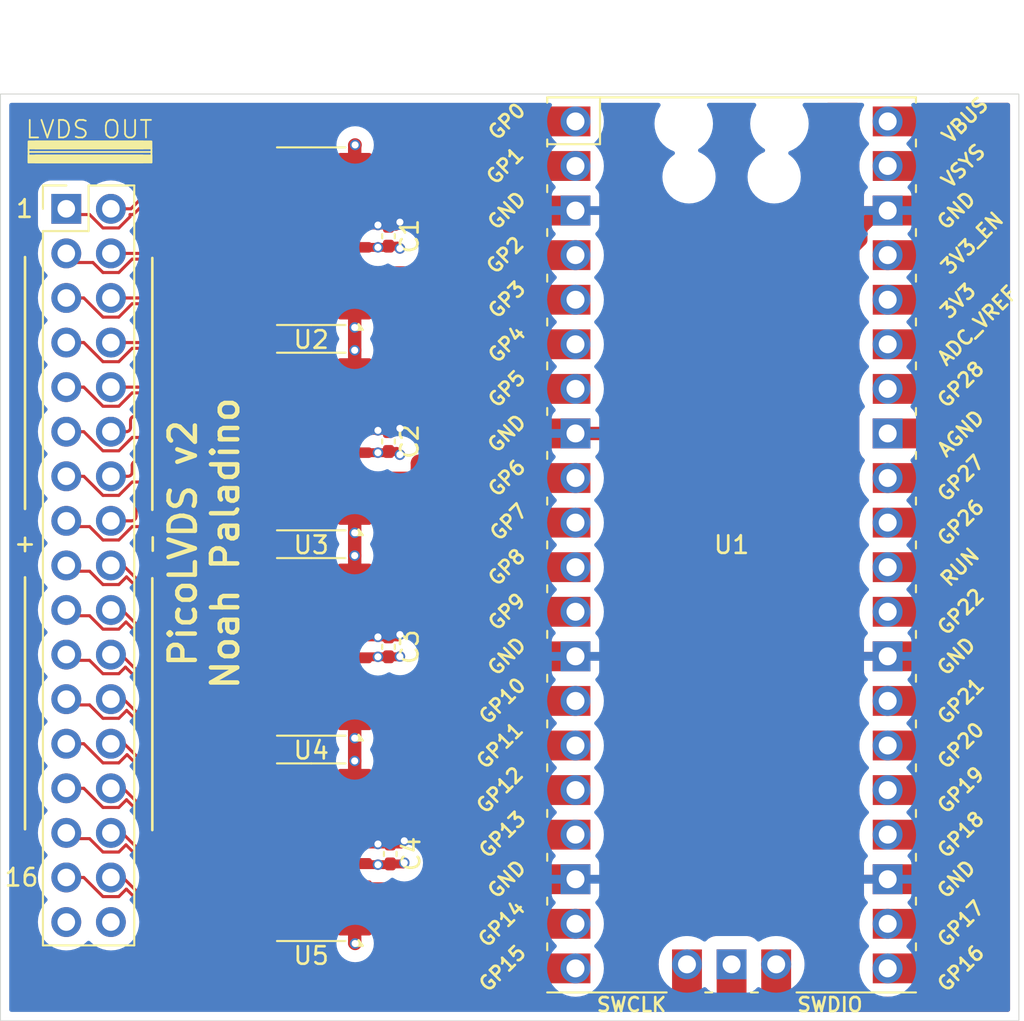
<source format=kicad_pcb>
(kicad_pcb (version 20241229) (generator "pcbnew") (generator_version "9.0")
  (title_block (title "PicoLVDS") (date "2025-02-20") (rev "2") (company "SpinQuest DAQ") (comment 1 "Noah Paladino"))
  (layers (0 "F.Cu" signal) (4 "In1.Cu" signal) (6 "In2.Cu" signal) (2 "B.Cu" signal) (13 "F.Paste" user) (15 "B.Paste" user) (5 "F.SilkS" user "F.Silkscreen") (7 "B.SilkS" user "B.Silkscreen") (1 "F.Mask" user) (3 "B.Mask" user) (25 "Edge.Cuts" user))
  (net 0 "")
  (net 1 "+3V3")
  (net 2 "GND")
  (net 3 "/Out_8-")
  (net 5 "/Out_5+")
  (net 6 "/Out_1-")
  (net 7 "/Out_14-")
  (net 8 "/Out_11-")
  (net 9 "/Out_5-")
  (net 10 "/Out_7-")
  (net 11 "/Out_6+")
  (net 12 "/Out_9-")
  (net 13 "/Out_4+")
  (net 14 "/Out_3+")
  (net 15 "/Out_0+")
  (net 16 "/Out_15-")
  (net 17 "/Out_12+")
  (net 18 "/Out_1+")
  (net 19 "/Out_6-")
  (net 20 "/Out_8+")
  (net 21 "/Out_11+")
  (net 22 "/Out_13-")
  (net 23 "/Out_0-")
  (net 24 "/Out_3-")
  (net 25 "/Out_4-")
  (net 26 "/Out_10-")
  (net 27 "/Out_15+")
  (net 28 "/Out_2+")
  (net 29 "/Out_9+")
  (net 30 "/Out_10+")
  (net 32 "/Out_14+")
  (net 33 "/Out_13+")
  (net 34 "/Out_7+")
  (net 35 "/Out_2-")
  (net 36 "/Out_12-")
  (net 75 "/D7")
  (net 76 "/D3")
  (net 77 "/D0")
  (net 78 "/D5")
  (net 79 "/D1")
  (net 80 "/D8")
  (net 81 "/D10")
  (net 82 "/D12")
  (net 83 "/D14")
  (net 84 "/D4")
  (net 85 "/D15")
  (net 86 "/D2")
  (net 87 "/D11")
  (net 88 "/D9")
  (net 89 "/D6")
  (net 90 "/D13")
  (footprint "Package_SO:SOIC-16_3.9x9.9mm_P1.27mm" (layer "F.Cu") (at 47.7 57 180)
    (property "Reference" "U3")
    (property "Value" "SN65LVDS391D")
  )
  (footprint "Capacitor_SMD:C_0402_1005Metric_Pad0.74x0.62mm_HandSolder" (layer "F.Cu") (at 52.1 45.3 90)
    (property "Reference" "C1")
    (property "Value" "C100n")
  )
  (footprint "Package_SO:SOIC-16_3.9x9.9mm_P1.27mm" (layer "F.Cu") (at 47.7 45.3 180)
    (property "Reference" "U2")
    (property "Value" "SN65LVDS391D")
  )
  (footprint "Kria_Board_Parts:PinHeader_2x17_P2.54mm_Vertical_ECL" (layer "F.Cu") (at 33.75 43.74)
    (property "Reference" "J1" (hide yes))
    (property "Value" "Conn_02x16" (hide yes))
  )
  (footprint "Capacitor_SMD:C_0402_1005Metric_Pad0.74x0.62mm_HandSolder" (layer "F.Cu") (at 52.2 80.5 90)
    (property "Reference" "C4")
    (property "Value" "C100n")
  )
  (footprint "Capacitor_SMD:C_0402_1005Metric_Pad0.74x0.62mm_HandSolder" (layer "F.Cu") (at 52.1 57 90)
    (property "Reference" "C2")
    (property "Value" "C100n")
  )
  (footprint "Package_SO:SOIC-16_3.9x9.9mm_P1.27mm" (layer "F.Cu") (at 47.7 80.4 180)
    (property "Reference" "U5")
    (property "Value" "SN65LVDS391D")
  )
  (footprint "Capacitor_SMD:C_0402_1005Metric_Pad0.74x0.62mm_HandSolder" (layer "F.Cu") (at 52.1 68.7 90)
    (property "Reference" "C3")
    (property "Value" "C100n")
  )
  (footprint "RPi_Pico:RPi_Pico_SMD_TH" (layer "F.Cu") (at 71.64 62.89)
    (property "Reference" "U1")
    (property "Value" "Pico")
  )
  (footprint "Package_SO:SOIC-16_3.9x9.9mm_P1.27mm" (layer "F.Cu") (at 47.7 68.7 180)
    (property "Reference" "U4")
    (property "Value" "SN65LVDS391D")
  )
  (gr_line (start 32 40.3) (end 38.1 40.3) (stroke (width 0.1)) (layer "F.SilkS"))
  (gr_line (start 32 39.9) (end 32 40.3) (stroke (width 0.1)) (layer "F.SilkS"))
  (gr_rect (start 31.6 39.9) (end 38.6 40.3) (stroke (width 0.1)) (fill yes) (layer "F.SilkS"))
  (gr_line (start 38.6 41.1) (end 38.6 40.3) (stroke (width 0.1)) (layer "F.SilkS"))
  (gr_line (start 38.1 39.9) (end 32 39.9) (stroke (width 0.1)) (layer "F.SilkS"))
  (gr_rect (start 31.6 40.7) (end 38.6 41.1) (stroke (width 0.1)) (fill yes) (layer "F.SilkS"))
  (gr_line (start 32 41.1) (end 38.1 41.1) (stroke (width 0.1)) (layer "F.SilkS"))
  (gr_line (start 32 40.7) (end 38.1 40.7) (stroke (width 0.1)) (layer "F.SilkS"))
  (gr_line (start 31.6 40.5) (end 38.6 40.5) (stroke (width 0.1)) (layer "F.SilkS"))
  (gr_line (start 38.1 40.3) (end 38.1 39.9) (stroke (width 0.1)) (layer "F.SilkS"))
  (gr_line (start 31.6 41.1) (end 31.6 40.3) (stroke (width 0.1)) (layer "F.SilkS"))
  (gr_rect (start 30 37.2) (end 88 90) (stroke (width 0.05)) (fill no) (layer "Edge.Cuts"))
  (gr_text "PicoLVDS v${REVISION}\nNoah Paladino" (at 41.6 62.8 90) (layer "F.SilkS") (effects (font (size 1.5 1.5) (thickness 0.254) (bold yes))))
  (gr_text "LVDS OUT" (at 35.05 39.8 0) (layer "F.SilkS") (effects (font (size 1 1) (thickness 0.1)) (justify bottom)))
  (segment (start 52.2 81.0675) (end 52.9325 81.0675) (width 0.508) (layer "F.Cu") (net 1))
  (segment (start 52.6175 45.8675) (end 52.75 46) (width 0.508) (layer "F.Cu") (net 1))
  (segment (start 50.175 75.955) (end 50.175 75.2) (width 0.762) (layer "F.Cu") (net 1))
  (segment (start 50.175 84.845) (end 50.175 85.575) (width 0.762) (layer "F.Cu") (net 1))
  (segment (start 50.175 85.575) (end 50.2 85.6) (width 0.762) (layer "F.Cu") (net 1))
  (segment (start 50.175 63.5) (end 50.175 62.2) (width 0.762) (layer "F.Cu") (net 1))
  (segment (start 52.5675 57.5675) (end 52.75 57.75) (width 0.508) (layer "F.Cu") (net 1))
  (segment (start 50.175 57.635) (end 51.5 57.635) (width 0.508) (layer "F.Cu") (net 1))
  (segment (start 52.1 45.8675) (end 52.6175 45.8675) (width 0.508) (layer "F.Cu") (net 1))
  (segment (start 50.25 81.11) (end 51.5 81.11) (width 0.508) (layer "F.Cu") (net 1))
  (segment (start 50.175 40.125) (end 50.2 40.1) (width 0.762) (layer "F.Cu") (net 1))
  (segment (start 50.175 49.745) (end 50.175 50.5) (width 0.762) (layer "F.Cu") (net 1))
  (segment (start 50.175 64.255) (end 50.175 63.5) (width 0.762) (layer "F.Cu") (net 1))
  (segment (start 51.5 57.635) (end 52.0325 57.635) (width 0.508) (layer "F.Cu") (net 1))
  (segment (start 50.175 45.935) (end 51.5 45.935) (width 0.508) (layer "F.Cu") (net 1))
  (segment (start 50.175 50.5) (end 50.175 51.8) (width 0.762) (layer "F.Cu") (net 1))
  (segment (start 50.2675 69.2675) (end 50.2 69.335) (width 0.508) (layer "F.Cu") (net 1))
  (segment (start 51.5 45.935) (end 52.0325 45.935) (width 0.508) (layer "F.Cu") (net 1))
  (segment (start 52.1 69.2675) (end 51.5 69.2675) (width 0.508) (layer "F.Cu") (net 1))
  (segment (start 50.175 51.8) (end 50.175 52.555) (width 0.762) (layer "F.Cu") (net 1))
  (segment (start 52.9325 81.0675) (end 53 81) (width 0.508) (layer "F.Cu") (net 1))
  (segment (start 50.175 62.2) (end 50.175 61.445) (width 0.762) (layer "F.Cu") (net 1))
  (segment (start 51.5 69.2675) (end 50.2675 69.2675) (width 0.508) (layer "F.Cu") (net 1))
  (segment (start 51.5 81.11) (end 52.1575 81.11) (width 0.508) (layer "F.Cu") (net 1))
  (segment (start 52.1 69.2675) (end 52.7325 69.2675) (width 0.508) (layer "F.Cu") (net 1))
  (segment (start 50.175 40.855) (end 50.175 40.125) (width 0.762) (layer "F.Cu") (net 1))
  (segment (start 50.23 49.8) (end 50.175 49.745) (width 0.762) (layer "F.Cu") (net 1))
  (segment (start 52.1 57.5675) (end 52.5675 57.5675) (width 0.508) (layer "F.Cu") (net 1))
  (segment (start 50.175 75.2) (end 50.175 73.9) (width 0.762) (layer "F.Cu") (net 1))
  (segment (start 50.175 73.9) (end 50.175 73.145) (width 0.762) (layer "F.Cu") (net 1))
  (segment (start 52.0325 57.635) (end 52.1 57.5675) (width 0.508) (layer "F.Cu") (net 1))
  (segment (start 52.7325 69.2675) (end 52.75 69.25) (width 0.508) (layer "F.Cu") (net 1))
  (segment (start 52.0325 45.935) (end 52.1 45.8675) (width 0.508) (layer "F.Cu") (net 1))
  (via (at 52.75 69.25) (size 0.6) (drill 0.4) (layers "F.Cu" "B.Cu") (net 1))
  (via (at 52.75 57.75) (size 0.6) (drill 0.4) (layers "F.Cu" "B.Cu") (net 1))
  (via (at 51.5 81.11) (size 0.6) (drill 0.4) (layers "F.Cu" "B.Cu") (net 1))
  (via (at 50.175 51.8) (size 0.6) (drill 0.4) (layers "F.Cu" "B.Cu") (net 1))
  (via (at 50.2 40.1) (size 0.6) (drill 0.4) (layers "F.Cu" "B.Cu") (net 1))
  (via (at 50.175 62.2) (size 0.6) (drill 0.4) (layers "F.Cu" "B.Cu") (net 1))
  (via (at 51.5 45.935) (size 0.6) (drill 0.4) (layers "F.Cu" "B.Cu") (net 1))
  (via (at 52.75 46) (size 0.6) (drill 0.4) (layers "F.Cu" "B.Cu") (net 1))
  (via (at 50.175 50.5) (size 0.6) (drill 0.4) (layers "F.Cu" "B.Cu") (net 1))
  (via (at 50.175 75.2) (size 0.6) (drill 0.4) (layers "F.Cu" "B.Cu") (net 1))
  (via (at 51.5 57.635) (size 0.6) (drill 0.4) (layers "F.Cu" "B.Cu") (net 1))
  (via (at 51.5 69.2675) (size 0.6) (drill 0.4) (layers "F.Cu" "B.Cu") (net 1))
  (via (at 53 81) (size 0.6) (drill 0.4) (layers "F.Cu" "B.Cu") (net 1))
  (via (at 50.175 73.9) (size 0.6) (drill 0.4) (layers "F.Cu" "B.Cu") (net 1))
  (via (at 50.175 63.5) (size 0.6) (drill 0.4) (layers "F.Cu" "B.Cu") (net 1))
  (via (at 50.2 85.6) (size 0.6) (drill 0.4) (layers "F.Cu" "B.Cu") (net 1))
  (segment (start 52.8175 79.9325) (end 52.2 79.9325) (width 0.508) (layer "F.Cu") (net 2))
  (segment (start 78.9942 44.8442) (end 80.0334 43.805) (width 0.762) (layer "F.Cu") (net 2))
  (segment (start 52.1 56.4325) (end 52.5675 56.4325) (width 0.508) (layer "F.Cu") (net 2))
  (segment (start 52.2 79.9325) (end 51.5 79.9325) (width 0.508) (layer "F.Cu") (net 2))
  (segment (start 52.5675 56.4325) (end 52.75 56.25) (width 0.508) (layer "F.Cu") (net 2))
  (segment (start 78.9942 45.5058) (end 78.9942 44.8442) (width 0.762) (layer "F.Cu") (net 2))
  (segment (start 52.0325 44.665) (end 52.1 44.7325) (width 0.508) (layer "F.Cu") (net 2))
  (segment (start 50.2675 68.1325) (end 50.2 68.065) (width 0.508) (layer "F.Cu") (net 2))
  (segment (start 51.5 79.9325) (end 50.3425 79.9325) (width 0.508) (layer "F.Cu") (net 2))
  (segment (start 51.5 44.665) (end 52.0325 44.665) (width 0.508) (layer "F.Cu") (net 2))
  (segment (start 52.75 44.5) (end 52.5175 44.7325) (width 0.508) (layer "F.Cu") (net 2))
  (segment (start 50.175 56.365) (end 51.5 56.365) (width 0.508) (layer "F.Cu") (net 2))
  (segment (start 52.75 68) (end 52.6175 68.1325) (width 0.508) (layer "F.Cu") (net 2))
  (segment (start 52.5175 44.7325) (end 52.1 44.7325) (width 0.508) (layer "F.Cu") (net 2))
  (segment (start 50.175 44.665) (end 51.5 44.665) (width 0.508) (layer "F.Cu") (net 2))
  (segment (start 62.75 56.54) (end 67.96 56.54) (width 0.762) (layer "F.Cu") (net 2))
  (segment (start 53 79.75) (end 52.8175 79.9325) (width 0.508) (layer "F.Cu") (net 2))
  (segment (start 52.6175 68.1325) (end 52.1 68.1325) (width 0.508) (layer "F.Cu") (net 2))
  (segment (start 50.3425 79.9325) (end 50.25 79.84) (width 0.508) (layer "F.Cu") (net 2))
  (segment (start 51.5 56.365) (end 52.0325 56.365) (width 0.508) (layer "F.Cu") (net 2))
  (segment (start 52.1 68.1325) (end 51.5 68.1325) (width 0.508) (layer "F.Cu") (net 2))
  (segment (start 51.5 68.1325) (end 50.2675 68.1325) (width 0.508) (layer "F.Cu") (net 2))
  (segment (start 67.96 56.54) (end 78.9942 45.5058) (width 0.762) (layer "F.Cu") (net 2))
  (segment (start 52.0325 56.365) (end 52.1 56.4325) (width 0.508) (layer "F.Cu") (net 2))
  (segment (start 80.0334 43.805) (end 82.712 43.805) (width 0.762) (layer "F.Cu") (net 2))
  (via (at 52.75 68) (size 0.6) (drill 0.4) (layers "F.Cu" "B.Cu") (net 2))
  (via (at 52.75 44.5) (size 0.6) (drill 0.4) (layers "F.Cu" "B.Cu") (net 2))
  (via (at 51.5 56.365) (size 0.6) (drill 0.4) (layers "F.Cu" "B.Cu") (net 2))
  (via (at 51.5 68.1325) (size 0.6) (drill 0.4) (layers "F.Cu" "B.Cu") (net 2))
  (via (at 52.75 56.25) (size 0.6) (drill 0.4) (layers "F.Cu" "B.Cu") (net 2))
  (via (at 51.5 79.9325) (size 0.6) (drill 0.4) (layers "F.Cu" "B.Cu") (net 2))
  (via (at 51.5 44.665) (size 0.6) (drill 0.4) (layers "F.Cu" "B.Cu") (net 2))
  (via (at 53 79.75) (size 0.6) (drill 0.4) (layers "F.Cu" "B.Cu") (net 2))
  (segment (start 40.475031 64.517799) (end 40.475031 64.921339) (width 0.17526) (layer "F.Cu") (net 3))
  (segment (start 36.991692 64.06) (end 38.129031 65.197339) (width 0.17526) (layer "F.Cu") (net 3))
  (segment (start 40.061031 64.241799) (end 40.199031 64.241799) (width 0.17526) (layer "F.Cu") (net 3))
  (segment (start 43.814824 65.04117) (end 43.814824 64.990048) (width 0.17526) (layer "F.Cu") (net 3))
  (segment (start 44.49503 64.98497) (end 44.234288 64.98497) (width 0.17526) (layer "F.Cu") (net 3))
  (segment (start 39.095031 64.517823) (end 39.095031 64.921339) (width 0.17526) (layer "F.Cu") (net 3))
  (segment (start 44.021919 65.197339) (end 43.970994 65.197339) (width 0.17526) (layer "F.Cu") (net 3))
  (segment (start 39.371031 65.197339) (end 39.509031 65.197339) (width 0.17526) (layer "F.Cu") (net 3))
  (segment (start 45.225 64.255) (end 44.49503 64.98497) (width 0.17526) (layer "F.Cu") (net 3))
  (segment (start 38.681031 64.241823) (end 38.819031 64.241823) (width 0.17526) (layer "F.Cu") (net 3))
  (segment (start 42.687164 64.990048) (end 42.687164 65.04117) (width 0.17526) (layer "F.Cu") (net 3))
  (segment (start 44.234288 64.98497) (end 44.021919 65.197339) (width 0.17526) (layer "F.Cu") (net 3))
  (segment (start 43.970994 65.197339) (end 43.970994 65.19734) (width 0.17526) (layer "F.Cu") (net 3))
  (segment (start 39.785031 64.921339) (end 39.785031 64.517799) (width 0.17526) (layer "F.Cu") (net 3))
  (segment (start 40.751031 65.197339) (end 42.530994 65.19734) (width 0.17526) (layer "F.Cu") (net 3))
  (segment (start 38.405031 64.921339) (end 38.405031 64.517823) (width 0.17526) (layer "F.Cu") (net 3))
  (segment (start 43.330994 64.506218) (end 43.170994 64.506218) (width 0.17526) (layer "F.Cu") (net 3))
  (arc (start 39.509031 65.197339) (mid 39.704192 65.1165) (end 39.785031 64.921339) (width 0.17526) (layer "F.Cu") (net 3))
  (arc (start 43.970994 65.19734) (mid 43.860565 65.151599) (end 43.814824 65.04117) (width 0.17526) (layer "F.Cu") (net 3))
  (arc (start 39.785031 64.517799) (mid 39.86587 64.322638) (end 40.061031 64.241799) (width 0.17526) (layer "F.Cu") (net 3))
  (arc (start 38.819031 64.241823) (mid 39.014192 64.322662) (end 39.095031 64.517823) (width 0.17526) (layer "F.Cu") (net 3))
  (arc (start 43.170994 64.506218) (mid 42.828875 64.647929) (end 42.687164 64.990048) (width 0.17526) (layer "F.Cu") (net 3))
  (arc (start 39.095031 64.921339) (mid 39.17587 65.1165) (end 39.371031 65.197339) (width 0.17526) (layer "F.Cu") (net 3))
  (arc (start 43.814824 64.990048) (mid 43.673113 64.647929) (end 43.330994 64.506218) (width 0.17526) (layer "F.Cu") (net 3))
  (arc (start 38.129031 65.197339) (mid 38.324192 65.1165) (end 38.405031 64.921339) (width 0.17526) (layer "F.Cu") (net 3))
  (arc (start 40.475031 64.921339) (mid 40.55587 65.1165) (end 40.751031 65.197339) (width 0.17526) (layer "F.Cu") (net 3))
  (arc (start 42.687164 65.04117) (mid 42.641423 65.151599) (end 42.530994 65.19734) (width 0.17526) (layer "F.Cu") (net 3))
  (arc (start 40.199031 64.241799) (mid 40.394192 64.322638) (end 40.475031 64.517799) (width 0.17526) (layer "F.Cu") (net 3))
  (arc (start 38.405031 64.517823) (mid 38.48587 64.322662) (end 38.681031 64.241823) (width 0.17526) (layer "F.Cu") (net 3))
  (segment (start 44.418382 56.365) (end 44.015722 56.76766) (width 0.17526) (layer "F.Cu") (net 5))
  (segment (start 41.220602 56.76766) (end 37.503876 56.76766) (width 0.17526) (layer "F.Cu") (net 5))
  (segment (start 36.741506 57.53003) (end 35.838494 57.53003) (width 0.17526) (layer "F.Cu") (net 5))
  (segment (start 35.838494 57.53003) (end 34.748464 56.44) (width 0.17526) (layer "F.Cu") (net 5))
  (segment (start 45.225 56.365) (end 44.418382 56.365) (width 0.17526) (layer "F.Cu") (net 5))
  (segment (start 34.748464 56.44) (end 33.75 56.44) (width 0.17526) (layer "F.Cu") (net 5))
  (segment (start 42.132388 56.76766) (end 41.88 56.76766) (width 0.17526) (layer "F.Cu") (net 5))
  (segment (start 44.015722 56.76766) (end 43.915888 56.76766) (width 0.17526) (layer "F.Cu") (net 5))
  (segment (start 37.503876 56.76766) (end 36.741506 57.53003) (width 0.17526) (layer "F.Cu") (net 5))
  (segment (start 43.132388 57.515272) (end 42.88 57.515272) (width 0.17526) (layer "F.Cu") (net 5))
  (segment (start 41.88 56.76766) (end 41.220602 56.76766) (width 0.17526) (layer "F.Cu") (net 5))
  (segment (start 43.915888 56.76766) (end 43.88 56.76766) (width 0.17526) (layer "F.Cu") (net 5))
  (arc (start 42.88 57.515272) (mid 42.499834 57.357802) (end 42.342364 56.977636) (width 0.17526) (layer "F.Cu") (net 5))
  (arc (start 43.670024 56.977636) (mid 43.512554 57.357802) (end 43.132388 57.515272) (width 0.17526) (layer "F.Cu") (net 5))
  (arc (start 42.342364 56.977636) (mid 42.280863 56.829161) (end 42.132388 56.76766) (width 0.17526) (layer "F.Cu") (net 5))
  (arc (start 43.88 56.76766) (mid 43.731525 56.829161) (end 43.670024 56.977636) (width 0.17526) (layer "F.Cu") (net 5))
  (segment (start 39.766602 45.531076) (end 39.646602 45.531076) (width 0.17526) (layer "F.Cu") (net 6))
  (segment (start 42.83617 44.835041) (end 42.83617 45.332138) (width 0.17526) (layer "F.Cu") (net 6))
  (segment (start 37 46.28) (end 36.29 46.28) (width 0.17526) (layer "F.Cu") (net 6))
  (segment (start 41.888308 46.28) (end 41.446602 46.28) (width 0.17526) (layer "F.Cu") (net 6))
  (segment (start 45.225 43.395) (end 44.75383 43.86617) (width 0.17526) (layer "F.Cu") (net 6))
  (segment (start 37.966602 46.28) (end 37.846602 46.28) (width 0.17526) (layer "F.Cu") (net 6))
  (segment (start 38.806602 46.04) (end 38.806602 45.771052) (width 0.17526) (layer "F.Cu") (net 6))
  (segment (start 38.206602 45.771052) (end 38.206602 46.04) (width 0.17526) (layer "F.Cu") (net 6))
  (segment (start 40.006602 46.04) (end 40.006602 45.771076) (width 0.17526) (layer "F.Cu") (net 6))
  (segment (start 42.83617 45.332138) (end 41.888308 46.28) (width 0.17526) (layer "F.Cu") (net 6))
  (segment (start 40.966602 45.531076) (end 40.846602 45.531076) (width 0.17526) (layer "F.Cu") (net 6))
  (segment (start 39.166602 46.28) (end 39.046602 46.28) (width 0.17526) (layer "F.Cu") (net 6))
  (segment (start 37.846602 46.28) (end 37 46.28) (width 0.17526) (layer "F.Cu") (net 6))
  (segment (start 40.606602 45.771076) (end 40.606602 46.04) (width 0.17526) (layer "F.Cu") (net 6))
  (segment (start 40.366602 46.28) (end 40.246602 46.28) (width 0.17526) (layer "F.Cu") (net 6))
  (segment (start 41.206602 46.04) (end 41.206602 45.771076) (width 0.17526) (layer "F.Cu") (net 6))
  (segment (start 39.406602 45.771076) (end 39.406602 46.04) (width 0.17526) (layer "F.Cu") (net 6))
  (segment (start 38.566602 45.531052) (end 38.446602 45.531052) (width 0.17526) (layer "F.Cu") (net 6))
  (segment (start 43.805041 43.86617) (end 42.83617 44.835041) (width 0.17526) (layer "F.Cu") (net 6))
  (segment (start 44.75383 43.86617) (end 43.805041 43.86617) (width 0.17526) (layer "F.Cu") (net 6))
  (arc (start 41.206602 45.771076) (mid 41.136308 45.60137) (end 40.966602 45.531076) (width 0.17526) (layer "F.Cu") (net 6))
  (arc (start 38.446602 45.531052) (mid 38.276896 45.601346) (end 38.206602 45.771052) (width 0.17526) (layer "F.Cu") (net 6))
  (arc (start 40.006602 45.771076) (mid 39.936308 45.60137) (end 39.766602 45.531076) (width 0.17526) (layer "F.Cu") (net 6))
  (arc (start 40.246602 46.28) (mid 40.076896 46.209706) (end 40.006602 46.04) (width 0.17526) (layer "F.Cu") (net 6))
  (arc (start 39.646602 45.531076) (mid 39.476896 45.60137) (end 39.406602 45.771076) (width 0.17526) (layer "F.Cu") (net 6))
  (arc (start 38.206602 46.04) (mid 38.136308 46.209706) (end 37.966602 46.28) (width 0.17526) (layer "F.Cu") (net 6))
  (arc (start 38.806602 45.771052) (mid 38.736308 45.601346) (end 38.566602 45.531052) (width 0.17526) (layer "F.Cu") (net 6))
  (arc (start 40.846602 45.531076) (mid 40.676896 45.60137) (end 40.606602 45.771076) (width 0.17526) (layer "F.Cu") (net 6))
  (arc (start 41.446602 46.28) (mid 41.276896 46.209706) (end 41.206602 46.04) (width 0.17526) (layer "F.Cu") (net 6))
  (arc (start 39.046602 46.28) (mid 38.876896 46.209706) (end 38.806602 46.04) (width 0.17526) (layer "F.Cu") (net 6))
  (arc (start 40.606602 46.04) (mid 40.536308 46.209706) (end 40.366602 46.28) (width 0.17526) (layer "F.Cu") (net 6))
  (arc (start 39.406602 46.04) (mid 39.336308 46.209706) (end 39.166602 46.28) (width 0.17526) (layer "F.Cu") (net 6))
  (segment (start 40.746521 81.50617) (end 40.626521 81.50617) (width 0.17526) (layer "F.Cu") (net 7))
  (segment (start 41.346521 80.770252) (end 41.226521 80.770252) (width 0.17526) (layer "F.Cu") (net 7))
  (segment (start 42.786521 81.26617) (end 42.786521 81.010246) (width 0.17526) (layer "F.Cu") (net 7))
  (segment (start 39.137862 81.50617) (end 39.546521 81.50617) (width 0.17526) (layer "F.Cu") (net 7))
  (segment (start 41.586521 81.26617) (end 41.586521 81.010252) (width 0.17526) (layer "F.Cu") (net 7))
  (segment (start 40.986521 81.010252) (end 40.986521 81.26617) (width 0.17526) (layer "F.Cu") (net 7))
  (segment (start 43.291329 81.50617) (end 43.026521 81.50617) (width 0.17526) (layer "F.Cu") (net 7))
  (segment (start 36.931692 79.3) (end 39.137862 81.50617) (width 0.17526) (layer "F.Cu") (net 7))
  (segment (start 39.786521 81.010246) (end 39.786521 81.26617) (width 0.17526) (layer "F.Cu") (net 7))
  (segment (start 40.146521 80.770246) (end 40.026521 80.770246) (width 0.17526) (layer "F.Cu") (net 7))
  (segment (start 42.186521 81.010246) (end 42.186521 81.26617) (width 0.17526) (layer "F.Cu") (net 7))
  (segment (start 41.946521 81.50617) (end 41.826521 81.50617) (width 0.17526) (layer "F.Cu") (net 7))
  (segment (start 45.225 81.035) (end 43.762499 81.035) (width 0.17526) (layer "F.Cu") (net 7))
  (segment (start 40.386521 81.26617) (end 40.386521 81.010246) (width 0.17526) (layer "F.Cu") (net 7))
  (segment (start 43.762499 81.035) (end 43.291329 81.50617) (width 0.17526) (layer "F.Cu") (net 7))
  (segment (start 42.546521 80.770246) (end 42.426521 80.770246) (width 0.17526) (layer "F.Cu") (net 7))
  (arc (start 43.026521 81.50617) (mid 42.856815 81.435876) (end 42.786521 81.26617) (width 0.17526) (layer "F.Cu") (net 7))
  (arc (start 42.186521 81.26617) (mid 42.116227 81.435876) (end 41.946521 81.50617) (width 0.17526) (layer "F.Cu") (net 7))
  (arc (start 41.226521 80.770252) (mid 41.056815 80.840546) (end 40.986521 81.010252) (width 0.17526) (layer "F.Cu") (net 7))
  (arc (start 39.786521 81.26617) (mid 39.716227 81.435876) (end 39.546521 81.50617) (width 0.17526) (layer "F.Cu") (net 7))
  (arc (start 40.626521 81.50617) (mid 40.456815 81.435876) (end 40.386521 81.26617) (width 0.17526) (layer "F.Cu") (net 7))
  (arc (start 41.586521 81.010252) (mid 41.516227 80.840546) (end 41.346521 80.770252) (width 0.17526) (layer "F.Cu") (net 7))
  (arc (start 42.426521 80.770246) (mid 42.256815 80.84054) (end 42.186521 81.010246) (width 0.17526) (layer "F.Cu") (net 7))
  (arc (start 40.986521 81.26617) (mid 40.916227 81.435876) (end 40.746521 81.50617) (width 0.17526) (layer "F.Cu") (net 7))
  (arc (start 40.386521 81.010246) (mid 40.316227 80.84054) (end 40.146521 80.770246) (width 0.17526) (layer "F.Cu") (net 7))
  (arc (start 42.786521 81.010246) (mid 42.716227 80.84054) (end 42.546521 80.770246) (width 0.17526) (layer "F.Cu") (net 7))
  (arc (start 41.826521 81.50617) (mid 41.656815 81.435876) (end 41.586521 81.26617) (width 0.17526) (layer "F.Cu") (net 7))
  (arc (start 40.026521 80.770246) (mid 39.856815 80.84054) (end 39.786521 81.010246) (width 0.17526) (layer "F.Cu") (net 7))
  (segment (start 40.770548 72.577339) (end 40.770548 72.197794) (width 0.17526) (layer "F.Cu") (net 8))
  (segment (start 40.530548 71.957794) (end 40.410548 71.957794) (width 0.17526) (layer "F.Cu") (net 8))
  (segment (start 39.330548 71.957794) (end 39.210548 71.957794) (width 0.17526) (layer "F.Cu") (net 8))
  (segment (start 39.930548 72.817339) (end 39.810548 72.817339) (width 0.17526) (layer "F.Cu") (net 8))
  (segment (start 41.3 72.817339) (end 41.3 72.81734) (width 0.17526) (layer "F.Cu") (net 8))
  (segment (start 41.3 72.817339) (end 41.010548 72.817339) (width 0.17526) (layer "F.Cu") (net 8))
  (segment (start 38.970548 72.197794) (end 38.970548 72.577339) (width 0.17526) (layer "F.Cu") (net 8))
  (segment (start 40.170548 72.197794) (end 40.170548 72.577339) (width 0.17526) (layer "F.Cu") (net 8))
  (segment (start 44.234288 72.60497) (end 44.49503 72.60497) (width 0.17526) (layer "F.Cu") (net 8))
  (segment (start 39.570548 72.577339) (end 39.570548 72.197794) (width 0.17526) (layer "F.Cu") (net 8))
  (segment (start 42.54183 72.612494) (end 42.54183 72.67317) (width 0.17526) (layer "F.Cu") (net 8))
  (segment (start 42.686 72.81734) (end 44.021919 72.817339) (width 0.17526) (layer "F.Cu") (net 8))
  (segment (start 37.011692 71.68) (end 38.149031 72.817339) (width 0.17526) (layer "F.Cu") (net 8))
  (segment (start 44.021919 72.817339) (end 44.234288 72.60497) (width 0.17526) (layer "F.Cu") (net 8))
  (segment (start 41.916 72.140664) (end 42.07 72.140664) (width 0.17526) (layer "F.Cu") (net 8))
  (segment (start 37.011692 71.68) (end 36.29 71.68) (width 0.17526) (layer "F.Cu") (net 8))
  (segment (start 44.49503 72.60497) (end 45.225 71.875) (width 0.17526) (layer "F.Cu") (net 8))
  (segment (start 38.149031 72.817339) (end 38.730548 72.817339) (width 0.17526) (layer "F.Cu") (net 8))
  (segment (start 41.44417 72.67317) (end 41.44417 72.612494) (width 0.17526) (layer "F.Cu") (net 8))
  (arc (start 39.810548 72.817339) (mid 39.640842 72.747045) (end 39.570548 72.577339) (width 0.17526) (layer "F.Cu") (net 8))
  (arc (start 40.770548 72.197794) (mid 40.700254 72.028088) (end 40.530548 71.957794) (width 0.17526) (layer "F.Cu") (net 8))
  (arc (start 42.07 72.140664) (mid 42.403634 72.27886) (end 42.54183 72.612494) (width 0.17526) (layer "F.Cu") (net 8))
  (arc (start 41.3 72.81734) (mid 41.401944 72.775114) (end 41.44417 72.67317) (width 0.17526) (layer "F.Cu") (net 8))
  (arc (start 39.210548 71.957794) (mid 39.040842 72.028088) (end 38.970548 72.197794) (width 0.17526) (layer "F.Cu") (net 8))
  (arc (start 38.970548 72.577339) (mid 38.900254 72.747045) (end 38.730548 72.817339) (width 0.17526) (layer "F.Cu") (net 8))
  (arc (start 41.010548 72.817339) (mid 40.840842 72.747045) (end 40.770548 72.577339) (width 0.17526) (layer "F.Cu") (net 8))
  (arc (start 40.410548 71.957794) (mid 40.240842 72.028088) (end 40.170548 72.197794) (width 0.17526) (layer "F.Cu") (net 8))
  (arc (start 41.44417 72.612494) (mid 41.582366 72.27886) (end 41.916 72.140664) (width 0.17526) (layer "F.Cu") (net 8))
  (arc (start 39.570548 72.197794) (mid 39.500254 72.028088) (end 39.330548 71.957794) (width 0.17526) (layer "F.Cu") (net 8))
  (arc (start 42.54183 72.67317) (mid 42.584056 72.775114) (end 42.686 72.81734) (width 0.17526) (layer "F.Cu") (net 8))
  (arc (start 40.170548 72.577339) (mid 40.100254 72.747045) (end 39.930548 72.817339) (width 0.17526) (layer "F.Cu") (net 8))
  (segment (start 38.249088 56.44) (end 38.369088 56.44) (width 0.17526) (layer "F.Cu") (net 9))
  (segment (start 44.00997 56.049288) (end 44.00997 56.31003) (width 0.17526) (layer "F.Cu") (net 9))
  (segment (start 44.49503 55.82497) (end 44.234288 55.82497) (width 0.17526) (layer "F.Cu") (net 9))
  (segment (start 37.649088 55.559753) (end 37.769088 55.559753) (width 0.17526) (layer "F.Cu") (net 9))
  (segment (start 38.009088 55.799753) (end 38.009088 56.2) (width 0.17526) (layer "F.Cu") (net 9))
  (segment (start 44.234288 55.82497) (end 44.00997 56.049288) (width 0.17526) (layer "F.Cu") (net 9))
  (segment (start 36.29 56.44) (end 37.169088 56.44) (width 0.17526) (layer "F.Cu") (net 9))
  (segment (start 43.132388 57.187612) (end 42.88 57.187612) (width 0.17526) (layer "F.Cu") (net 9))
  (segment (start 44.00997 56.31003) (end 43.88 56.44) (width 0.17526) (layer "F.Cu") (net 9))
  (segment (start 37.409088 56.2) (end 37.409088 55.799753) (width 0.17526) (layer "F.Cu") (net 9))
  (segment (start 38.849088 55.559753) (end 38.969088 55.559753) (width 0.17526) (layer "F.Cu") (net 9))
  (segment (start 39.449088 56.44) (end 39.569088 56.44) (width 0.17526) (layer "F.Cu") (net 9))
  (segment (start 39.569088 56.44) (end 40.997425 56.44) (width 0.17526) (layer "F.Cu") (net 9))
  (segment (start 41.88 56.44) (end 41.220602 56.44) (width 0.17526) (layer "F.Cu") (net 9))
  (segment (start 42.132388 56.44) (end 41.88 56.44) (width 0.17526) (layer "F.Cu") (net 9))
  (segment (start 40.997425 56.44) (end 41.220602 56.44) (width 0.17526) (layer "F.Cu") (net 9))
  (segment (start 38.609088 56.2) (end 38.609088 55.799753) (width 0.17526) (layer "F.Cu") (net 9))
  (segment (start 39.209088 55.799753) (end 39.209088 56.2) (width 0.17526) (layer "F.Cu") (net 9))
  (segment (start 45.225 55.095) (end 44.49503 55.82497) (width 0.17526) (layer "F.Cu") (net 9))
  (arc (start 38.009088 56.2) (mid 38.079382 56.369706) (end 38.249088 56.44) (width 0.17526) (layer "F.Cu") (net 9))
  (arc (start 38.969088 55.559753) (mid 39.138794 55.630047) (end 39.209088 55.799753) (width 0.17526) (layer "F.Cu") (net 9))
  (arc (start 37.769088 55.559753) (mid 37.938794 55.630047) (end 38.009088 55.799753) (width 0.17526) (layer "F.Cu") (net 9))
  (arc (start 37.409088 55.799753) (mid 37.479382 55.630047) (end 37.649088 55.559753) (width 0.17526) (layer "F.Cu") (net 9))
  (arc (start 38.609088 55.799753) (mid 38.679382 55.630047) (end 38.849088 55.559753) (width 0.17526) (layer "F.Cu") (net 9))
  (arc (start 39.209088 56.2) (mid 39.279382 56.369706) (end 39.449088 56.44) (width 0.17526) (layer "F.Cu") (net 9))
  (arc (start 43.342364 56.977636) (mid 43.280863 57.126111) (end 43.132388 57.187612) (width 0.17526) (layer "F.Cu") (net 9))
  (arc (start 42.88 57.187612) (mid 42.731525 57.126111) (end 42.670024 56.977636) (width 0.17526) (layer "F.Cu") (net 9))
  (arc (start 42.670024 56.977636) (mid 42.512554 56.59747) (end 42.132388 56.44) (width 0.17526) (layer "F.Cu") (net 9))
  (arc (start 37.169088 56.44) (mid 37.338794 56.369706) (end 37.409088 56.2) (width 0.17526) (layer "F.Cu") (net 9))
  (arc (start 43.88 56.44) (mid 43.499834 56.59747) (end 43.342364 56.977636) (width 0.17526) (layer "F.Cu") (net 9))
  (arc (start 38.369088 56.44) (mid 38.538794 56.369706) (end 38.609088 56.2) (width 0.17526) (layer "F.Cu") (net 9))
  (segment (start 44.00997 61.129288) (end 44.00997 61.39003) (width 0.17526) (layer "F.Cu") (net 10))
  (segment (start 42.629781 62.092864) (end 42.629781 62.05583) (width 0.17526) (layer "F.Cu") (net 10))
  (segment (start 38.679957 61.52) (end 38.815957 61.52) (width 0.17526) (layer "F.Cu") (net 10))
  (segment (start 44.234288 60.90497) (end 44.00997 61.129288) (width 0.17526) (layer "F.Cu") (net 10))
  (segment (start 39.767957 60.901846) (end 39.767957 61.248) (width 0.17526) (layer "F.Cu") (net 10))
  (segment (start 36.29 61.52) (end 37.455957 61.52) (width 0.17526) (layer "F.Cu") (net 10))
  (segment (start 43.023951 62.301034) (end 42.837951 62.301034) (width 0.17526) (layer "F.Cu") (net 10))
  (segment (start 43.232121 62.05583) (end 43.232121 62.092864) (width 0.17526) (layer "F.Cu") (net 10))
  (segment (start 37.999957 60.62984) (end 38.135957 60.62984) (width 0.17526) (layer "F.Cu") (net 10))
  (segment (start 39.087957 61.248) (end 39.087957 60.901846) (width 0.17526) (layer "F.Cu") (net 10))
  (segment (start 44.49503 60.90497) (end 44.234288 60.90497) (width 0.17526) (layer "F.Cu") (net 10))
  (segment (start 44.00997 61.39003) (end 43.88 61.52) (width 0.17526) (layer "F.Cu") (net 10))
  (segment (start 39.359957 60.629846) (end 39.495957 60.629846) (width 0.17526) (layer "F.Cu") (net 10))
  (segment (start 43.88 61.52) (end 43.767951 61.52) (width 0.17526) (layer "F.Cu") (net 10))
  (segment (start 37.727957 61.248) (end 37.727957 60.90184) (width 0.17526) (layer "F.Cu") (net 10))
  (segment (start 45.225 60.175) (end 44.49503 60.90497) (width 0.17526) (layer "F.Cu") (net 10))
  (segment (start 40.039957 61.52) (end 42.093951 61.52) (width 0.17526) (layer "F.Cu") (net 10))
  (segment (start 38.407957 60.90184) (end 38.407957 61.248) (width 0.17526) (layer "F.Cu") (net 10))
  (arc (start 43.767951 61.52) (mid 43.389062 61.676941) (end 43.232121 62.05583) (width 0.17526) (layer "F.Cu") (net 10))
  (arc (start 39.087957 60.901846) (mid 39.167624 60.709513) (end 39.359957 60.629846) (width 0.17526) (layer "F.Cu") (net 10))
  (arc (start 37.455957 61.52) (mid 37.64829 61.440333) (end 37.727957 61.248) (width 0.17526) (layer "F.Cu") (net 10))
  (arc (start 39.767957 61.248) (mid 39.847624 61.440333) (end 40.039957 61.52) (width 0.17526) (layer "F.Cu") (net 10))
  (arc (start 38.135957 60.62984) (mid 38.32829 60.709507) (end 38.407957 60.90184) (width 0.17526) (layer "F.Cu") (net 10))
  (arc (start 38.407957 61.248) (mid 38.487624 61.440333) (end 38.679957 61.52) (width 0.17526) (layer "F.Cu") (net 10))
  (arc (start 37.727957 60.90184) (mid 37.807624 60.709507) (end 37.999957 60.62984) (width 0.17526) (layer "F.Cu") (net 10))
  (arc (start 42.629781 62.05583) (mid 42.47284 61.676941) (end 42.093951 61.52) (width 0.17526) (layer "F.Cu") (net 10))
  (arc (start 43.232121 62.092864) (mid 43.171149 62.240062) (end 43.023951 62.301034) (width 0.17526) (layer "F.Cu") (net 10))
  (arc (start 42.837951 62.301034) (mid 42.690753 62.240062) (end 42.629781 62.092864) (width 0.17526) (layer "F.Cu") (net 10))
  (arc (start 38.815957 61.52) (mid 39.00829 61.440333) (end 39.087957 61.248) (width 0.17526) (layer "F.Cu") (net 10))
  (arc (start 39.495957 60.629846) (mid 39.68829 60.709513) (end 39.767957 60.901846) (width 0.17526) (layer "F.Cu") (net 10))
  (segment (start 42.984754 60.074983) (end 42.806754 60.074983) (width 0.17526) (layer "F.Cu") (net 11))
  (segment (start 45.225 58.905) (end 44.418382 58.905) (width 0.17526) (layer "F.Cu") (net 11))
  (segment (start 35.838494 60.07003) (end 34.748464 58.98) (width 0.17526) (layer "F.Cu") (net 11))
  (segment (start 36.741506 60.07003) (end 35.838494 60.07003) (width 0.17526) (layer "F.Cu") (net 11))
  (segment (start 37.503876 59.30766) (end 36.741506 60.07003) (width 0.17526) (layer "F.Cu") (net 11))
  (segment (start 43.504584 59.49983) (end 43.504584 59.555153) (width 0.17526) (layer "F.Cu") (net 11))
  (segment (start 44.418382 58.905) (end 44.015722 59.30766) (width 0.17526) (layer "F.Cu") (net 11))
  (segment (start 34.748464 58.98) (end 33.75 58.98) (width 0.17526) (layer "F.Cu") (net 11))
  (segment (start 42.286924 59.555153) (end 42.286924 59.49983) (width 0.17526) (layer "F.Cu") (net 11))
  (segment (start 37.503876 59.30766) (end 42.094754 59.30766) (width 0.17526) (layer "F.Cu") (net 11))
  (segment (start 44.015722 59.30766) (end 43.696754 59.30766) (width 0.17526) (layer "F.Cu") (net 11))
  (arc (start 42.286924 59.49983) (mid 42.230639 59.363945) (end 42.094754 59.30766) (width 0.17526) (layer "F.Cu") (net 11))
  (arc (start 43.696754 59.30766) (mid 43.560869 59.363945) (end 43.504584 59.49983) (width 0.17526) (layer "F.Cu") (net 11))
  (arc (start 43.504584 59.555153) (mid 43.352329 59.922728) (end 42.984754 60.074983) (width 0.17526) (layer "F.Cu") (net 11))
  (arc (start 42.806754 60.074983) (mid 42.439179 59.922728) (end 42.286924 59.555153) (width 0.17526) (layer "F.Cu") (net 11))
  (segment (start 36.29 66.6) (end 36.931692 66.6) (width 0.17526) (layer "F.Cu") (net 12))
  (segment (start 44.021919 67.737339) (end 43.858419 67.737339) (width 0.17526) (layer "F.Cu") (net 12))
  (segment (start 44.49503 67.52497) (end 44.234288 67.52497) (width 0.17526) (layer "F.Cu") (net 12))
  (segment (start 40.109031 67.121859) (end 40.109031 67.497339) (width 0.17526) (layer "F.Cu") (net 12))
  (segment (start 38.909031 67.121871) (end 38.909031 67.497339) (width 0.17526) (layer "F.Cu") (net 12))
  (segment (start 39.149031 67.737339) (end 39.269031 67.737339) (width 0.17526) (layer "F.Cu") (net 12))
  (segment (start 39.749031 66.881859) (end 39.869031 66.881859) (width 0.17526) (layer "F.Cu") (net 12))
  (segment (start 43.107151 68.488608) (end 42.858419 68.488608) (width 0.17526) (layer "F.Cu") (net 12))
  (segment (start 43.858419 67.737339) (end 43.858419 67.73734) (width 0.17526) (layer "F.Cu") (net 12))
  (segment (start 45.225 66.795) (end 44.49503 67.52497) (width 0.17526) (layer "F.Cu") (net 12))
  (segment (start 38.549031 66.881871) (end 38.669031 66.881871) (width 0.17526) (layer "F.Cu") (net 12))
  (segment (start 36.931692 66.6) (end 38.069031 67.737339) (width 0.17526) (layer "F.Cu") (net 12))
  (segment (start 44.234288 67.52497) (end 44.021919 67.737339) (width 0.17526) (layer "F.Cu") (net 12))
  (segment (start 38.309031 67.497339) (end 38.309031 67.121871) (width 0.17526) (layer "F.Cu") (net 12))
  (segment (start 39.509031 67.497339) (end 39.509031 67.121859) (width 0.17526) (layer "F.Cu") (net 12))
  (segment (start 40.349031 67.737339) (end 42.107151 67.73734) (width 0.17526) (layer "F.Cu") (net 12))
  (arc (start 38.069031 67.737339) (mid 38.238737 67.667045) (end 38.309031 67.497339) (width 0.17526) (layer "F.Cu") (net 12))
  (arc (start 38.309031 67.121871) (mid 38.379325 66.952165) (end 38.549031 66.881871) (width 0.17526) (layer "F.Cu") (net 12))
  (arc (start 39.869031 66.881859) (mid 40.038737 66.952153) (end 40.109031 67.121859) (width 0.17526) (layer "F.Cu") (net 12))
  (arc (start 38.909031 67.497339) (mid 38.979325 67.667045) (end 39.149031 67.737339) (width 0.17526) (layer "F.Cu") (net 12))
  (arc (start 42.646615 68.276804) (mid 42.48861 67.895345) (end 42.107151 67.73734) (width 0.17526) (layer "F.Cu") (net 12))
  (arc (start 43.318955 68.276804) (mid 43.256919 68.426572) (end 43.107151 68.488608) (width 0.17526) (layer "F.Cu") (net 12))
  (arc (start 40.109031 67.497339) (mid 40.179325 67.667045) (end 40.349031 67.737339) (width 0.17526) (layer "F.Cu") (net 12))
  (arc (start 39.509031 67.121859) (mid 39.579325 66.952153) (end 39.749031 66.881859) (width 0.17526) (layer "F.Cu") (net 12))
  (arc (start 39.269031 67.737339) (mid 39.438737 67.667045) (end 39.509031 67.497339) (width 0.17526) (layer "F.Cu") (net 12))
  (arc (start 38.669031 66.881871) (mid 38.838737 66.952165) (end 38.909031 67.121871) (width 0.17526) (layer "F.Cu") (net 12))
  (arc (start 43.858419 67.73734) (mid 43.47696 67.895345) (end 43.318955 68.276804) (width 0.17526) (layer "F.Cu") (net 12))
  (arc (start 42.858419 68.488608) (mid 42.708651 68.426572) (end 42.646615 68.276804) (width 0.17526) (layer "F.Cu") (net 12))
  (segment (start 44.418382 53.825) (end 44.063908 54.179474) (width 0.17526) (layer "F.Cu") (net 13))
  (segment (start 43.136 55.008653) (end 42.95 55.008653) (width 0.17526) (layer "F.Cu") (net 13))
  (segment (start 44.063908 54.179474) (end 44.015722 54.22766) (width 0.17526) (layer "F.Cu") (net 13))
  (segment (start 35.838494 54.99003) (end 34.748464 53.9) (width 0.17526) (layer "F.Cu") (net 13))
  (segment (start 36.741506 54.99003) (end 35.838494 54.99003) (width 0.17526) (layer "F.Cu") (net 13))
  (segment (start 37.503876 54.22766) (end 42.206 54.22766) (width 0.17526) (layer "F.Cu") (net 13))
  (segment (start 45.225 53.825) (end 44.418382 53.825) (width 0.17526) (layer "F.Cu") (net 13))
  (segment (start 43.67183 54.43583) (end 43.67183 54.472823) (width 0.17526) (layer "F.Cu") (net 13))
  (segment (start 42.41417 54.472823) (end 42.41417 54.43583) (width 0.17526) (layer "F.Cu") (net 13))
  (segment (start 44.015722 54.22766) (end 43.88 54.22766) (width 0.17526) (layer "F.Cu") (net 13))
  (segment (start 37.503876 54.22766) (end 36.741506 54.99003) (width 0.17526) (layer "F.Cu") (net 13))
  (segment (start 34.748464 53.9) (end 33.75 53.9) (width 0.17526) (layer "F.Cu") (net 13))
  (arc (start 42.95 55.008653) (mid 42.571111 54.851712) (end 42.41417 54.472823) (width 0.17526) (layer "F.Cu") (net 13))
  (arc (start 43.88 54.22766) (mid 43.732802 54.288632) (end 43.67183 54.43583) (width 0.17526) (layer "F.Cu") (net 13))
  (arc (start 42.41417 54.43583) (mid 42.353198 54.288632) (end 42.206 54.22766) (width 0.17526) (layer "F.Cu") (net 13))
  (arc (start 43.67183 54.472823) (mid 43.514889 54.851712) (end 43.136 55.008653) (width 0.17526) (layer "F.Cu") (net 13))
  (segment (start 35.838494 52.45003) (end 34.748464 51.36) (width 0.17526) (layer "F.Cu") (net 14))
  (segment (start 41.944032 51.68766) (end 37.503876 51.68766) (width 0.17526) (layer "F.Cu") (net 14))
  (segment (start 36.741506 52.45003) (end 35.838494 52.45003) (width 0.17526) (layer "F.Cu") (net 14))
  (segment (start 37.503876 51.68766) (end 36.741506 52.45003) (width 0.17526) (layer "F.Cu") (net 14))
  (segment (start 44.357862 49.27383) (end 41.944032 51.68766) (width 0.17526) (layer "F.Cu") (net 14))
  (segment (start 45.225 49.745) (end 44.75383 49.27383) (width 0.17526) (layer "F.Cu") (net 14))
  (segment (start 44.75383 49.27383) (end 44.357862 49.27383) (width 0.17526) (layer "F.Cu") (net 14))
  (segment (start 34.748464 51.36) (end 33.75 51.36) (width 0.17526) (layer "F.Cu") (net 14))
  (segment (start 35.838494 44.83003) (end 36.741506 44.83003) (width 0.17526) (layer "F.Cu") (net 15))
  (segment (start 43.291329 41.65383) (end 43.762499 42.125) (width 0.17526) (layer "F.Cu") (net 15))
  (segment (start 33.75 43.74) (end 34.07766 44.06766) (width 0.17526) (layer "F.Cu") (net 15))
  (segment (start 37.564032 44.06766) (end 39.977862 41.65383) (width 0.17526) (layer "F.Cu") (net 15))
  (segment (start 37.38003 44.06766) (end 37.564032 44.06766) (width 0.17526) (layer "F.Cu") (net 15))
  (segment (start 39.977862 41.65383) (end 43.291329 41.65383) (width 0.17526) (layer "F.Cu") (net 15))
  (segment (start 37.38003 44.191506) (end 37.38003 44.06766) (width 0.17526) (layer "F.Cu") (net 15))
  (segment (start 43.762499 42.125) (end 45.225 42.125) (width 0.17526) (layer "F.Cu") (net 15))
  (segment (start 34.07766 44.06766) (end 35.076124 44.06766) (width 0.17526) (layer "F.Cu") (net 15))
  (segment (start 36.741506 44.83003) (end 37.38003 44.191506) (width 0.17526) (layer "F.Cu") (net 15))
  (segment (start 35.076124 44.06766) (end 35.838494 44.83003) (width 0.17526) (layer "F.Cu") (net 15))
  (segment (start 41.251329 83.463612) (end 41.251329 83.80617) (width 0.17526) (layer "F.Cu") (net 16))
  (segment (start 41.851329 83.80617) (end 41.851329 83.463612) (width 0.17526) (layer "F.Cu") (net 16))
  (segment (start 43.051329 83.80617) (end 43.051329 83.463588) (width 0.17526) (layer "F.Cu") (net 16))
  (segment (start 40.651329 83.80617) (end 40.651329 83.463588) (width 0.17526) (layer "F.Cu") (net 16))
  (segment (start 41.011329 84.04617) (end 40.891329 84.04617) (width 0.17526) (layer "F.Cu") (net 16))
  (segment (start 42.211329 84.04617) (end 42.091329 84.04617) (width 0.17526) (layer "F.Cu") (net 16))
  (segment (start 42.811329 83.223588) (end 42.691329 83.223588) (width 0.17526) (layer "F.Cu") (net 16))
  (segment (start 40.051329 83.463588) (end 40.051329 83.80617) (width 0.17526) (layer "F.Cu") (net 16))
  (segment (start 45.225 83.575) (end 43.762499 83.575) (width 0.17526) (layer "F.Cu") (net 16))
  (segment (start 41.611329 83.223612) (end 41.491329 83.223612) (width 0.17526) (layer "F.Cu") (net 16))
  (segment (start 39.177862 84.04617) (end 39.811329 84.04617) (width 0.17526) (layer "F.Cu") (net 16))
  (segment (start 42.451329 83.463588) (end 42.451329 83.80617) (width 0.17526) (layer "F.Cu") (net 16))
  (segment (start 43.762499 83.575) (end 43.291329 84.04617) (width 0.17526) (layer "F.Cu") (net 16))
  (segment (start 40.411329 83.223588) (end 40.291329 83.223588) (width 0.17526) (layer "F.Cu") (net 16))
  (segment (start 36.971692 81.84) (end 39.177862 84.04617) (width 0.17526) (layer "F.Cu") (net 16))
  (arc (start 41.491329 83.223612) (mid 41.321623 83.293906) (end 41.251329 83.463612) (width 0.17526) (layer "F.Cu") (net 16))
  (arc (start 40.051329 83.80617) (mid 39.981035 83.975876) (end 39.811329 84.04617) (width 0.17526) (layer "F.Cu") (net 16))
  (arc (start 40.291329 83.223588) (mid 40.121623 83.293882) (end 40.051329 83.463588) (width 0.17526) (layer "F.Cu") (net 16))
  (arc (start 40.891329 84.04617) (mid 40.721623 83.975876) (end 40.651329 83.80617) (width 0.17526) (layer "F.Cu") (net 16))
  (arc (start 43.051329 83.463588) (mid 42.981035 83.293882) (end 42.811329 83.223588) (width 0.17526) (layer "F.Cu") (net 16))
  (arc (start 41.851329 83.463612) (mid 41.781035 83.293906) (end 41.611329 83.223612) (width 0.17526) (layer "F.Cu") (net 16))
  (arc (start 42.691329 83.223588) (mid 42.521623 83.293882) (end 42.451329 83.463588) (width 0.17526) (layer "F.Cu") (net 16))
  (arc (start 42.451329 83.80617) (mid 42.381035 83.975876) (end 42.211329 84.04617) (width 0.17526) (layer "F.Cu") (net 16))
  (arc (start 42.091329 84.04617) (mid 41.921623 83.975876) (end 41.851329 83.80617) (width 0.17526) (layer "F.Cu") (net 16))
  (arc (start 40.651329 83.463588) (mid 40.581035 83.293882) (end 40.411329 83.223588) (width 0.17526) (layer "F.Cu") (net 16))
  (arc (start 41.251329 83.80617) (mid 41.181035 83.975876) (end 41.011329 84.04617) (width 0.17526) (layer "F.Cu") (net 16))
  (arc (start 43.291329 84.04617) (mid 43.121623 83.975876) (end 43.051329 83.80617) (width 0.17526) (layer "F.Cu") (net 16))
  (segment (start 43.291329 76.75383) (end 43.762499 77.225) (width 0.17526) (layer "F.Cu") (net 17))
  (segment (start 39.122138 76.75383) (end 43.291329 76.75383) (width 0.17526) (layer "F.Cu") (net 17))
  (segment (start 37.209922 74.841614) (end 39.122138 76.75383) (width 0.17526) (layer "F.Cu") (net 17))
  (segment (start 35.838494 75.31003) (end 36.741506 75.31003) (width 0.17526) (layer "F.Cu") (net 17))
  (segment (start 33.75 74.22) (end 34.748464 74.22) (width 0.17526) (layer "F.Cu") (net 17))
  (segment (start 34.748464 74.22) (end 35.838494 75.31003) (width 0.17526) (layer "F.Cu") (net 17))
  (segment (start 36.741506 75.31003) (end 37.209922 74.841614) (width 0.17526) (layer "F.Cu") (net 17))
  (segment (start 43.762499 77.225) (end 45.225 77.225) (width 0.17526) (layer "F.Cu") (net 17))
  (segment (start 34.27 46.8) (end 33.75 46.28) (width 0.17526) (layer "F.Cu") (net 18))
  (segment (start 45.225 44.665) (end 44.75383 44.19383) (width 0.17526) (layer "F.Cu") (net 18))
  (segment (start 36.741506 47.37003) (end 35.838494 47.37003) (width 0.17526) (layer "F.Cu") (net 18))
  (segment (start 43.16383 45.467862) (end 42.024032 46.60766) (width 0.17526) (layer "F.Cu") (net 18))
  (segment (start 35.268464 46.8) (end 34.27 46.8) (width 0.17526) (layer "F.Cu") (net 18))
  (segment (start 44.75383 44.19383) (end 43.940765 44.19383) (width 0.17526) (layer "F.Cu") (net 18))
  (segment (start 35.838494 47.37003) (end 35.268464 46.8) (width 0.17526) (layer "F.Cu") (net 18))
  (segment (start 37.503876 46.60766) (end 36.741506 47.37003) (width 0.17526) (layer "F.Cu") (net 18))
  (segment (start 42.024032 46.60766) (end 37.503876 46.60766) (width 0.17526) (layer "F.Cu") (net 18))
  (segment (start 43.940765 44.19383) (end 43.16383 44.970765) (width 0.17526) (layer "F.Cu") (net 18))
  (segment (start 43.16383 44.970765) (end 43.16383 45.467862) (width 0.17526) (layer "F.Cu") (net 18))
  (segment (start 44.49503 58.36497) (end 44.234288 58.36497) (width 0.17526) (layer "F.Cu") (net 19))
  (segment (start 43.176924 59.49983) (end 43.176924 59.555153) (width 0.17526) (layer "F.Cu") (net 19))
  (segment (start 39.303133 58.357233) (end 39.303133 58.74) (width 0.17526) (layer "F.Cu") (net 19))
  (segment (start 43.88 58.98) (end 43.696754 58.98) (width 0.17526) (layer "F.Cu") (net 19))
  (segment (start 38.103133 58.357233) (end 38.103133 58.74) (width 0.17526) (layer "F.Cu") (net 19))
  (segment (start 37.503133 58.74) (end 37.503133 58.357233) (width 0.17526) (layer "F.Cu") (net 19))
  (segment (start 44.00997 58.589288) (end 44.00997 58.85003) (width 0.17526) (layer "F.Cu") (net 19))
  (segment (start 39.543133 58.98) (end 42.094754 58.98) (width 0.17526) (layer "F.Cu") (net 19))
  (segment (start 44.234288 58.36497) (end 44.00997 58.589288) (width 0.17526) (layer "F.Cu") (net 19))
  (segment (start 38.343133 58.98) (end 38.463133 58.98) (width 0.17526) (layer "F.Cu") (net 19))
  (segment (start 44.00997 58.85003) (end 43.88 58.98) (width 0.17526) (layer "F.Cu") (net 19))
  (segment (start 36.29 58.98) (end 37.263133 58.98) (width 0.17526) (layer "F.Cu") (net 19))
  (segment (start 38.943133 58.117233) (end 39.063133 58.117233) (width 0.17526) (layer "F.Cu") (net 19))
  (segment (start 38.703133 58.74) (end 38.703133 58.357233) (width 0.17526) (layer "F.Cu") (net 19))
  (segment (start 37.743133 58.117233) (end 37.863133 58.117233) (width 0.17526) (layer "F.Cu") (net 19))
  (segment (start 45.225 57.635) (end 44.49503 58.36497) (width 0.17526) (layer "F.Cu") (net 19))
  (segment (start 42.614584 59.555153) (end 42.614584 59.49983) (width 0.17526) (layer "F.Cu") (net 19))
  (segment (start 42.984754 59.747323) (end 42.806754 59.747323) (width 0.17526) (layer "F.Cu") (net 19))
  (arc (start 39.063133 58.117233) (mid 39.232839 58.187527) (end 39.303133 58.357233) (width 0.17526) (layer "F.Cu") (net 19))
  (arc (start 43.176924 59.555153) (mid 43.120639 59.691038) (end 42.984754 59.747323) (width 0.17526) (layer "F.Cu") (net 19))
  (arc (start 42.614584 59.49983) (mid 42.462329 59.132255) (end 42.094754 58.98) (width 0.17526) (layer "F.Cu") (net 19))
  (arc (start 37.863133 58.117233) (mid 38.032839 58.187527) (end 38.103133 58.357233) (width 0.17526) (layer "F.Cu") (net 19))
  (arc (start 37.503133 58.357233) (mid 37.573427 58.187527) (end 37.743133 58.117233) (width 0.17526) (layer "F.Cu") (net 19))
  (arc (start 42.806754 59.747323) (mid 42.670869 59.691038) (end 42.614584 59.555153) (width 0.17526) (layer "F.Cu") (net 19))
  (arc (start 38.103133 58.74) (mid 38.173427 58.909706) (end 38.343133 58.98) (width 0.17526) (layer "F.Cu") (net 19))
  (arc (start 37.263133 58.98) (mid 37.432839 58.909706) (end 37.503133 58.74) (width 0.17526) (layer "F.Cu") (net 19))
  (arc (start 43.696754 58.98) (mid 43.329179 59.132255) (end 43.176924 59.49983) (width 0.17526) (layer "F.Cu") (net 19))
  (arc (start 38.463133 58.98) (mid 38.632839 58.909706) (end 38.703133 58.74) (width 0.17526) (layer "F.Cu") (net 19))
  (arc (start 38.703133 58.357233) (mid 38.773427 58.187527) (end 38.943133 58.117233) (width 0.17526) (layer "F.Cu") (net 19))
  (arc (start 39.303133 58.74) (mid 39.373427 58.909706) (end 39.543133 58.98) (width 0.17526) (layer "F.Cu") (net 19))
  (segment (start 37.179922 64.711614) (end 36.741506 65.15003) (width 0.17526) (layer "F.Cu") (net 20))
  (segment (start 43.330994 64.833878) (end 43.170994 64.833878) (width 0.17526) (layer "F.Cu") (net 20))
  (segment (start 43.014824 64.990048) (end 43.014824 65.04117) (width 0.17526) (layer "F.Cu") (net 20))
  (segment (start 36.741506 65.15003) (end 35.838494 65.15003) (width 0.17526) (layer "F.Cu") (net 20))
  (segment (start 37.993308 65.525) (end 37.179922 64.711614) (width 0.17526) (layer "F.Cu") (net 20))
  (segment (start 35.838494 65.15003) (end 35.076124 64.38766) (width 0.17526) (layer "F.Cu") (net 20))
  (segment (start 43.487164 65.04117) (end 43.487164 64.990048) (width 0.17526) (layer "F.Cu") (net 20))
  (segment (start 35.076124 64.38766) (end 34.07766 64.38766) (width 0.17526) (layer "F.Cu") (net 20))
  (segment (start 37.993308 65.525) (end 42.530994 65.525) (width 0.17526) (layer "F.Cu") (net 20))
  (segment (start 45.225 65.525) (end 43.970994 65.525) (width 0.17526) (layer "F.Cu") (net 20))
  (arc (start 43.170994 64.833878) (mid 43.060565 64.879619) (end 43.014824 64.990048) (width 0.17526) (layer "F.Cu") (net 20))
  (arc (start 43.970994 65.525) (mid 43.628875 65.383289) (end 43.487164 65.04117) (width 0.17526) (layer "F.Cu") (net 20))
  (arc (start 43.487164 64.990048) (mid 43.441423 64.879619) (end 43.330994 64.833878) (width 0.17526) (layer "F.Cu") (net 20))
  (arc (start 43.014824 65.04117) (mid 42.873113 65.383289) (end 42.530994 65.525) (width 0.17526) (layer "F.Cu") (net 20))
  (segment (start 35.838494 72.77003) (end 36.741506 72.77003) (width 0.17526) (layer "F.Cu") (net 21))
  (segment (start 42.686 73.145) (end 45.225 73.145) (width 0.17526) (layer "F.Cu") (net 21))
  (segment (start 33.75 71.68) (end 34.07766 72.00766) (width 0.17526) (layer "F.Cu") (net 21))
  (segment (start 41.916 72.468324) (end 42.07 72.468324) (width 0.17526) (layer "F.Cu") (net 21))
  (segment (start 35.076124 72.00766) (end 35.838494 72.77003) (width 0.17526) (layer "F.Cu") (net 21))
  (segment (start 36.741506 72.77003) (end 37.189922 72.321614) (width 0.17526) (layer "F.Cu") (net 21))
  (segment (start 41.77183 72.67317) (end 41.77183 72.612494) (width 0.17526) (layer "F.Cu") (net 21))
  (segment (start 34.07766 72.00766) (end 35.076124 72.00766) (width 0.17526) (layer "F.Cu") (net 21))
  (segment (start 42.21417 72.612494) (end 42.21417 72.67317) (width 0.17526) (layer "F.Cu") (net 21))
  (segment (start 37.189922 72.321614) (end 38.013308 73.145) (width 0.17526) (layer "F.Cu") (net 21))
  (segment (start 38.013308 73.145) (end 41.3 73.145) (width 0.17526) (layer "F.Cu") (net 21))
  (arc (start 41.3 73.145) (mid 41.633634 73.006804) (end 41.77183 72.67317) (width 0.17526) (layer "F.Cu") (net 21))
  (arc (start 42.07 72.468324) (mid 42.171944 72.51055) (end 42.21417 72.612494) (width 0.17526) (layer "F.Cu") (net 21))
  (arc (start 42.21417 72.67317) (mid 42.352366 73.006804) (end 42.686 73.145) (width 0.17526) (layer "F.Cu") (net 21))
  (arc (start 41.77183 72.612494) (mid 41.814056 72.51055) (end 41.916 72.468324) (width 0.17526) (layer "F.Cu") (net 21))
  (segment (start 45.225 78.495) (end 43.762499 78.495) (width 0.17526) (layer "F.Cu") (net 22))
  (segment (start 40.457718 78.72617) (end 40.457718 78.378876) (width 0.17526) (layer "F.Cu") (net 22))
  (segment (start 43.762499 78.495) (end 43.291329 78.96617) (width 0.17526) (layer "F.Cu") (net 22))
  (segment (start 40.217718 78.138876) (end 40.097718 78.138876) (width 0.17526) (layer "F.Cu") (net 22))
  (segment (start 41.417718 78.138852) (end 41.297718 78.138852) (width 0.17526) (layer "F.Cu") (net 22))
  (segment (start 42.857718 78.72617) (end 42.857718 78.378852) (width 0.17526) (layer "F.Cu") (net 22))
  (segment (start 41.657718 78.72617) (end 41.657718 78.378852) (width 0.17526) (layer "F.Cu") (net 22))
  (segment (start 36.991692 76.76) (end 39.197862 78.96617) (width 0.17526) (layer "F.Cu") (net 22))
  (segment (start 41.057718 78.378852) (end 41.057718 78.72617) (width 0.17526) (layer "F.Cu") (net 22))
  (segment (start 42.617718 78.138852) (end 42.497718 78.138852) (width 0.17526) (layer "F.Cu") (net 22))
  (segment (start 39.857718 78.378876) (end 39.857718 78.72617) (width 0.17526) (layer "F.Cu") (net 22))
  (segment (start 42.257718 78.378852) (end 42.257718 78.72617) (width 0.17526) (layer "F.Cu") (net 22))
  (segment (start 43.291329 78.96617) (end 43.097718 78.96617) (width 0.17526) (layer "F.Cu") (net 22))
  (segment (start 42.017718 78.96617) (end 41.897718 78.96617) (width 0.17526) (layer "F.Cu") (net 22))
  (segment (start 39.197862 78.96617) (end 39.617718 78.96617) (width 0.17526) (layer "F.Cu") (net 22))
  (segment (start 40.817718 78.96617) (end 40.697718 78.96617) (width 0.17526) (layer "F.Cu") (net 22))
  (arc (start 39.857718 78.72617) (mid 39.787424 78.895876) (end 39.617718 78.96617) (width 0.17526) (layer "F.Cu") (net 22))
  (arc (start 41.297718 78.138852) (mid 41.128012 78.209146) (end 41.057718 78.378852) (width 0.17526) (layer "F.Cu") (net 22))
  (arc (start 42.857718 78.378852) (mid 42.787424 78.209146) (end 42.617718 78.138852) (width 0.17526) (layer "F.Cu") (net 22))
  (arc (start 40.097718 78.138876) (mid 39.928012 78.20917) (end 39.857718 78.378876) (width 0.17526) (layer "F.Cu") (net 22))
  (arc (start 43.097718 78.96617) (mid 42.928012 78.895876) (end 42.857718 78.72617) (width 0.17526) (layer "F.Cu") (net 22))
  (arc (start 41.657718 78.378852) (mid 41.587424 78.209146) (end 41.417718 78.138852) (width 0.17526) (layer "F.Cu") (net 22))
  (arc (start 40.697718 78.96617) (mid 40.528012 78.895876) (end 40.457718 78.72617) (width 0.17526) (layer "F.Cu") (net 22))
  (arc (start 40.457718 78.378876) (mid 40.387424 78.20917) (end 40.217718 78.138876) (width 0.17526) (layer "F.Cu") (net 22))
  (arc (start 41.057718 78.72617) (mid 40.987424 78.895876) (end 40.817718 78.96617) (width 0.17526) (layer "F.Cu") (net 22))
  (arc (start 42.497718 78.138852) (mid 42.328012 78.209146) (end 42.257718 78.378852) (width 0.17526) (layer "F.Cu") (net 22))
  (arc (start 41.897718 78.96617) (mid 41.728012 78.895876) (end 41.657718 78.72617) (width 0.17526) (layer "F.Cu") (net 22))
  (arc (start 42.257718 78.72617) (mid 42.187424 78.895876) (end 42.017718 78.96617) (width 0.17526) (layer "F.Cu") (net 22))
  (segment (start 38.884211 41.556183) (end 39.078461 41.750433) (width 0.17526) (layer "F.Cu") (net 23))
  (segment (start 41.86 41.08617) (end 41.86 40.811435) (width 0.17526) (layer "F.Cu") (net 23))
  (segment (start 41.02 41.32617) (end 40.9 41.32617) (width 0.17526) (layer "F.Cu") (net 23))
  (segment (start 38.120501 41.980415) (end 38.035648 42.065267) (width 0.17526) (layer "F.Cu") (net 23))
  (segment (start 41.26 40.811435) (end 41.26 41.08617) (width 0.17526) (layer "F.Cu") (net 23))
  (segment (start 40.25 41.32617) (end 39.842138 41.32617) (width 0.17526) (layer "F.Cu") (net 23))
  (segment (start 40.9 41.32617) (end 40.25 41.32617) (width 0.17526) (layer "F.Cu") (net 23))
  (segment (start 38.969064 41.131919) (end 38.884211 41.216771) (width 0.17526) (layer "F.Cu") (net 23))
  (segment (start 37.428308 43.74) (end 36.29 43.74) (width 0.17526) (layer "F.Cu") (net 23))
  (segment (start 38.654197 42.174699) (end 38.459913 41.980415) (width 0.17526) (layer "F.Cu") (net 23))
  (segment (start 38.035648 42.404679) (end 38.229931 42.598962) (width 0.17526) (layer "F.Cu") (net 23))
  (segment (start 38.14508 43.023227) (end 37.896349 43.271959) (width 0.17526) (layer "F.Cu") (net 23))
  (segment (start 45.225 40.855) (end 43.762499 40.855) (width 0.17526) (layer "F.Cu") (net 23))
  (segment (start 37.896349 43.271959) (end 37.428308 43.74) (width 0.17526) (layer "F.Cu") (net 23))
  (segment (start 43.291329 41.32617) (end 42.1 41.32617) (width 0.17526) (layer "F.Cu") (net 23))
  (segment (start 39.502726 41.32617) (end 39.308475 41.131919) (width 0.17526) (layer "F.Cu") (net 23))
  (segment (start 38.229931 42.938374) (end 38.14508 43.023227) (width 0.17526) (layer "F.Cu") (net 23))
  (segment (start 39.078461 42.089844) (end 38.993609 42.174698) (width 0.17526) (layer "F.Cu") (net 23))
  (segment (start 38.993609 42.174698) (end 38.993609 42.174699) (width 0.17526) (layer "F.Cu") (net 23))
  (segment (start 43.762499 40.855) (end 43.291329 41.32617) (width 0.17526) (layer "F.Cu") (net 23))
  (segment (start 41.62 40.571435) (end 41.5 40.571435) (width 0.17526) (layer "F.Cu") (net 23))
  (arc (start 39.078461 41.750433) (mid 39.148755 41.920139) (end 39.078461 42.089844) (width 0.17526) (layer "F.Cu") (net 23))
  (arc (start 39.842138 41.32617) (mid 39.672432 41.396465) (end 39.502726 41.32617) (width 0.17526) (layer "F.Cu") (net 23))
  (arc (start 41.86 40.811435) (mid 41.789706 40.641729) (end 41.62 40.571435) (width 0.17526) (layer "F.Cu") (net 23))
  (arc (start 38.229931 42.598962) (mid 38.300226 42.768668) (end 38.229931 42.938374) (width 0.17526) (layer "F.Cu") (net 23))
  (arc (start 38.884211 41.216771) (mid 38.813916 41.386477) (end 38.884211 41.556183) (width 0.17526) (layer "F.Cu") (net 23))
  (arc (start 39.308475 41.131919) (mid 39.13877 41.061624) (end 38.969064 41.131919) (width 0.17526) (layer "F.Cu") (net 23))
  (arc (start 38.035648 42.065267) (mid 37.965353 42.234973) (end 38.035648 42.404679) (width 0.17526) (layer "F.Cu") (net 23))
  (arc (start 42.1 41.32617) (mid 41.930294 41.255876) (end 41.86 41.08617) (width 0.17526) (layer "F.Cu") (net 23))
  (arc (start 41.26 41.08617) (mid 41.189706 41.255876) (end 41.02 41.32617) (width 0.17526) (layer "F.Cu") (net 23))
  (arc (start 41.5 40.571435) (mid 41.330294 40.641729) (end 41.26 40.811435) (width 0.17526) (layer "F.Cu") (net 23))
  (arc (start 38.459913 41.980415) (mid 38.290207 41.91012) (end 38.120501 41.980415) (width 0.17526) (layer "F.Cu") (net 23))
  (arc (start 38.993609 42.174699) (mid 38.823903 42.244994) (end 38.654197 42.174699) (width 0.17526) (layer "F.Cu") (net 23))
  (segment (start 38.928308 50.604875) (end 38.808308 50.604875) (width 0.17526) (layer "F.Cu") (net 24))
  (segment (start 40.368308 51.12) (end 40.368308 50.844899) (width 0.17526) (layer "F.Cu") (net 24))
  (segment (start 40.128308 50.604899) (end 40.008308 50.604899) (width 0.17526) (layer "F.Cu") (net 24))
  (segment (start 40.728308 51.36) (end 40.608308 51.36) (width 0.17526) (layer "F.Cu") (net 24))
  (segment (start 45.225 48.475) (end 44.75383 48.94617) (width 0.17526) (layer "F.Cu") (net 24))
  (segment (start 38.568308 50.844875) (end 38.568308 51.12) (width 0.17526) (layer "F.Cu") (net 24))
  (segment (start 40.968308 50.844899) (end 40.968308 51.12) (width 0.17526) (layer "F.Cu") (net 24))
  (segment (start 38.328308 51.36) (end 38.208308 51.36) (width 0.17526) (layer "F.Cu") (net 24))
  (segment (start 38.208308 51.36) (end 38.1 51.36) (width 0.17526) (layer "F.Cu") (net 24))
  (segment (start 39.768308 50.844899) (end 39.768308 51.12) (width 0.17526) (layer "F.Cu") (net 24))
  (segment (start 41.568308 51.12) (end 41.568308 50.844899) (width 0.17526) (layer "F.Cu") (net 24))
  (segment (start 41.328308 50.604899) (end 41.208308 50.604899) (width 0.17526) (layer "F.Cu") (net 24))
  (segment (start 41.935421 51.232887) (end 41.808308 51.36) (width 0.17526) (layer "F.Cu") (net 24))
  (segment (start 39.528308 51.36) (end 39.408308 51.36) (width 0.17526) (layer "F.Cu") (net 24))
  (segment (start 38.1 51.36) (end 36.29 51.36) (width 0.17526) (layer "F.Cu") (net 24))
  (segment (start 44.222138 48.94617) (end 41.935421 51.232887) (width 0.17526) (layer "F.Cu") (net 24))
  (segment (start 39.168308 51.12) (end 39.168308 50.844875) (width 0.17526) (layer "F.Cu") (net 24))
  (segment (start 44.75383 48.94617) (end 44.222138 48.94617) (width 0.17526) (layer "F.Cu") (net 24))
  (arc (start 39.408308 51.36) (mid 39.238602 51.289706) (end 39.168308 51.12) (width 0.17526) (layer "F.Cu") (net 24))
  (arc (start 40.968308 51.12) (mid 40.898014 51.289706) (end 40.728308 51.36) (width 0.17526) (layer "F.Cu") (net 24))
  (arc (start 41.808308 51.36) (mid 41.638602 51.289706) (end 41.568308 51.12) (width 0.17526) (layer "F.Cu") (net 24))
  (arc (start 40.368308 50.844899) (mid 40.298014 50.675193) (end 40.128308 50.604899) (width 0.17526) (layer "F.Cu") (net 24))
  (arc (start 41.208308 50.604899) (mid 41.038602 50.675193) (end 40.968308 50.844899) (width 0.17526) (layer "F.Cu") (net 24))
  (arc (start 38.808308 50.604875) (mid 38.638602 50.675169) (end 38.568308 50.844875) (width 0.17526) (layer "F.Cu") (net 24))
  (arc (start 40.608308 51.36) (mid 40.438602 51.289706) (end 40.368308 51.12) (width 0.17526) (layer "F.Cu") (net 24))
  (arc (start 38.568308 51.12) (mid 38.498014 51.289706) (end 38.328308 51.36) (width 0.17526) (layer "F.Cu") (net 24))
  (arc (start 39.168308 50.844875) (mid 39.098014 50.675169) (end 38.928308 50.604875) (width 0.17526) (layer "F.Cu") (net 24))
  (arc (start 39.768308 51.12) (mid 39.698014 51.289706) (end 39.528308 51.36) (width 0.17526) (layer "F.Cu") (net 24))
  (arc (start 40.008308 50.604899) (mid 39.838602 50.675193) (end 39.768308 50.844899) (width 0.17526) (layer "F.Cu") (net 24))
  (arc (start 41.568308 50.844899) (mid 41.498014 50.675193) (end 41.328308 50.604899) (width 0.17526) (layer "F.Cu") (net 24))
  (segment (start 43.34417 54.43583) (end 43.34417 54.472823) (width 0.17526) (layer "F.Cu") (net 25))
  (segment (start 39.812583 53.25575) (end 39.812583 53.688) (width 0.17526) (layer "F.Cu") (net 25))
  (segment (start 41.190583 53.04375) (end 41.084583 53.04375) (width 0.17526) (layer "F.Cu") (net 25))
  (segment (start 44.234288 53.28497) (end 44.00997 53.509288) (width 0.17526) (layer "F.Cu") (net 25))
  (segment (start 44.00997 53.509288) (end 44.00997 53.77003) (width 0.17526) (layer "F.Cu") (net 25))
  (segment (start 43.136 54.680993) (end 42.95 54.680993) (width 0.17526) (layer "F.Cu") (net 25))
  (segment (start 42.206 53.9) (end 41.614583 53.9) (width 0.17526) (layer "F.Cu") (net 25))
  (segment (start 40.660583 53.9) (end 40.554583 53.9) (width 0.17526) (layer "F.Cu") (net 25))
  (segment (start 44.00997 53.77003) (end 43.88 53.9) (width 0.17526) (layer "F.Cu") (net 25))
  (segment (start 37.8 53.9) (end 36.29 53.9) (width 0.17526) (layer "F.Cu") (net 25))
  (segment (start 40.872583 53.25575) (end 40.872583 53.688) (width 0.17526) (layer "F.Cu") (net 25))
  (segment (start 45.225 52.555) (end 44.49503 53.28497) (width 0.17526) (layer "F.Cu") (net 25))
  (segment (start 42.74183 54.472823) (end 42.74183 54.43583) (width 0.17526) (layer "F.Cu") (net 25))
  (segment (start 40.130583 53.04375) (end 40.024583 53.04375) (width 0.17526) (layer "F.Cu") (net 25))
  (segment (start 44.49503 53.28497) (end 44.234288 53.28497) (width 0.17526) (layer "F.Cu") (net 25))
  (segment (start 40.342583 53.688) (end 40.342583 53.25575) (width 0.17526) (layer "F.Cu") (net 25))
  (segment (start 39.600583 53.9) (end 39.494583 53.9) (width 0.17526) (layer "F.Cu") (net 25))
  (segment (start 41.402583 53.688) (end 41.402583 53.25575) (width 0.17526) (layer "F.Cu") (net 25))
  (segment (start 39.494583 53.9) (end 37.8 53.9) (width 0.17526) (layer "F.Cu") (net 25))
  (arc (start 43.88 53.9) (mid 43.501111 54.056941) (end 43.34417 54.43583) (width 0.17526) (layer "F.Cu") (net 25))
  (arc (start 40.024583 53.04375) (mid 39.874676 53.105843) (end 39.812583 53.25575) (width 0.17526) (layer "F.Cu") (net 25))
  (arc (start 42.74183 54.43583) (mid 42.584889 54.056941) (end 42.206 53.9) (width 0.17526) (layer "F.Cu") (net 25))
  (arc (start 40.872583 53.688) (mid 40.81049 53.837907) (end 40.660583 53.9) (width 0.17526) (layer "F.Cu") (net 25))
  (arc (start 41.084583 53.04375) (mid 40.934676 53.105843) (end 40.872583 53.25575) (width 0.17526) (layer "F.Cu") (net 25))
  (arc (start 40.554583 53.9) (mid 40.404676 53.837907) (end 40.342583 53.688) (width 0.17526) (layer "F.Cu") (net 25))
  (arc (start 42.95 54.680993) (mid 42.802802 54.620021) (end 42.74183 54.472823) (width 0.17526) (layer "F.Cu") (net 25))
  (arc (start 43.34417 54.472823) (mid 43.283198 54.620021) (end 43.136 54.680993) (width 0.17526) (layer "F.Cu") (net 25))
  (arc (start 40.342583 53.25575) (mid 40.28049 53.105843) (end 40.130583 53.04375) (width 0.17526) (layer "F.Cu") (net 25))
  (arc (start 41.402583 53.25575) (mid 41.34049 53.105843) (end 41.190583 53.04375) (width 0.17526) (layer "F.Cu") (net 25))
  (arc (start 41.614583 53.9) (mid 41.464676 53.837907) (end 41.402583 53.688) (width 0.17526) (layer "F.Cu") (net 25))
  (arc (start 39.812583 53.688) (mid 39.75049 53.837907) (end 39.600583 53.9) (width 0.17526) (layer "F.Cu") (net 25))
  (segment (start 40.820508 70.277339) (end 40.700508 70.277339) (width 0.17526) (layer "F.Cu") (net 26))
  (segment (start 40.220508 69.426351) (end 40.100508 69.426351) (width 0.17526) (layer "F.Cu") (net 26))
  (segment (start 43.7 70.277339) (end 43.7 70.27734) (width 0.17526) (layer "F.Cu") (net 26))
  (segment (start 44.49503 70.06497) (end 44.234288 70.06497) (width 0.17526) (layer "F.Cu") (net 26))
  (segment (start 38.009031 70.277339) (end 39.620508 70.277339) (width 0.17526) (layer "F.Cu") (net 26))
  (segment (start 45.225 69.335) (end 44.49503 70.06497) (width 0.17526) (layer "F.Cu") (net 26))
  (segment (start 36.871692 69.14) (end 38.009031 70.277339) (width 0.17526) (layer "F.Cu") (net 26))
  (segment (start 43.1 70.976159) (end 42.95 70.976159) (width 0.17526) (layer "F.Cu") (net 26))
  (segment (start 41.060508 69.666339) (end 41.060508 70.037339) (width 0.17526) (layer "F.Cu") (net 26))
  (segment (start 41.900508 70.277339) (end 42.35 70.27734) (width 0.17526) (layer "F.Cu") (net 26))
  (segment (start 44.234288 70.06497) (end 44.021919 70.277339) (width 0.17526) (layer "F.Cu") (net 26))
  (segment (start 40.460508 70.037339) (end 40.460508 69.666351) (width 0.17526) (layer "F.Cu") (net 26))
  (segment (start 36.871692 69.14) (end 36.29 69.14) (width 0.17526) (layer "F.Cu") (net 26))
  (segment (start 44.021919 70.277339) (end 43.7 70.277339) (width 0.17526) (layer "F.Cu") (net 26))
  (segment (start 43.23617 70.74117) (end 43.23617 70.839989) (width 0.17526) (layer "F.Cu") (net 26))
  (segment (start 39.860508 69.666351) (end 39.860508 70.037339) (width 0.17526) (layer "F.Cu") (net 26))
  (segment (start 41.420508 69.426339) (end 41.300508 69.426339) (width 0.17526) (layer "F.Cu") (net 26))
  (segment (start 41.660508 70.037339) (end 41.660508 69.666339) (width 0.17526) (layer "F.Cu") (net 26))
  (segment (start 42.81383 70.839989) (end 42.81383 70.74117) (width 0.17526) (layer "F.Cu") (net 26))
  (arc (start 42.81383 70.74117) (mid 42.677977 70.413193) (end 42.35 70.27734) (width 0.17526) (layer "F.Cu") (net 26))
  (arc (start 40.100508 69.426351) (mid 39.930802 69.496645) (end 39.860508 69.666351) (width 0.17526) (layer "F.Cu") (net 26))
  (arc (start 41.900508 70.277339) (mid 41.730802 70.207045) (end 41.660508 70.037339) (width 0.17526) (layer "F.Cu") (net 26))
  (arc (start 41.300508 69.426339) (mid 41.130802 69.496633) (end 41.060508 69.666339) (width 0.17526) (layer "F.Cu") (net 26))
  (arc (start 40.700508 70.277339) (mid 40.530802 70.207045) (end 40.460508 70.037339) (width 0.17526) (layer "F.Cu") (net 26))
  (arc (start 42.95 70.976159) (mid 42.853713 70.936276) (end 42.81383 70.839989) (width 0.17526) (layer "F.Cu") (net 26))
  (arc (start 39.860508 70.037339) (mid 39.790214 70.207045) (end 39.620508 70.277339) (width 0.17526) (layer "F.Cu") (net 26))
  (arc (start 43.7 70.27734) (mid 43.372023 70.413193) (end 43.23617 70.74117) (width 0.17526) (layer "F.Cu") (net 26))
  (arc (start 41.060508 70.037339) (mid 40.990214 70.207045) (end 40.820508 70.277339) (width 0.17526) (layer "F.Cu") (net 26))
  (arc (start 41.660508 69.666339) (mid 41.590214 69.496633) (end 41.420508 69.426339) (width 0.17526) (layer "F.Cu") (net 26))
  (arc (start 43.23617 70.839989) (mid 43.196287 70.936276) (end 43.1 70.976159) (width 0.17526) (layer "F.Cu") (net 26))
  (arc (start 40.460508 69.666351) (mid 40.390214 69.496645) (end 40.220508 69.426351) (width 0.17526) (layer "F.Cu") (net 26))
  (segment (start 33.75 81.84) (end 34.748464 81.84) (width 0.17526) (layer "F.Cu") (net 27))
  (segment (start 39.042138 84.37383) (end 43.291329 84.37383) (width 0.17526) (layer "F.Cu") (net 27))
  (segment (start 36.741506 82.93003) (end 37.169922 82.501614) (width 0.17526) (layer "F.Cu") (net 27))
  (segment (start 35.838494 82.93003) (end 36.741506 82.93003) (width 0.17526) (layer "F.Cu") (net 27))
  (segment (start 43.762499 84.845) (end 45.225 84.845) (width 0.17526) (layer "F.Cu") (net 27))
  (segment (start 43.291329 84.37383) (end 43.762499 84.845) (width 0.17526) (layer "F.Cu") (net 27))
  (segment (start 37.169922 82.501614) (end 39.042138 84.37383) (width 0.17526) (layer "F.Cu") (net 27))
  (segment (start 34.748464 81.84) (end 35.838494 82.93003) (width 0.17526) (layer "F.Cu") (net 27))
  (segment (start 41.870862 49.14766) (end 37.503876 49.14766) (width 0.17526) (layer "F.Cu") (net 28))
  (segment (start 34.748464 48.82) (end 33.75 48.82) (width 0.17526) (layer "F.Cu") (net 28))
  (segment (start 44.284692 46.73383) (end 41.870862 49.14766) (width 0.17526) (layer "F.Cu") (net 28))
  (segment (start 45.225 47.205) (end 44.75383 46.73383) (width 0.17526) (layer "F.Cu") (net 28))
  (segment (start 35.838494 49.91003) (end 34.748464 48.82) (width 0.17526) (layer "F.Cu") (net 28))
  (segment (start 37.503876 49.14766) (end 36.741506 49.91003) (width 0.17526) (layer "F.Cu") (net 28))
  (segment (start 44.75383 46.73383) (end 44.284692 46.73383) (width 0.17526) (layer "F.Cu") (net 28))
  (segment (start 36.741506 49.91003) (end 35.838494 49.91003) (width 0.17526) (layer "F.Cu") (net 28))
  (segment (start 35.076124 66.92766) (end 34.07766 66.92766) (width 0.17526) (layer "F.Cu") (net 29))
  (segment (start 34.07766 66.92766) (end 33.75 66.6) (width 0.17526) (layer "F.Cu") (net 29))
  (segment (start 45.225 68.065) (end 43.858419 68.065) (width 0.17526) (layer "F.Cu") (net 29))
  (segment (start 37.933308 68.065) (end 42.107151 68.065) (width 0.17526) (layer "F.Cu") (net 29))
  (segment (start 36.741506 67.69003) (end 35.838494 67.69003) (width 0.17526) (layer "F.Cu") (net 29))
  (segment (start 37.149922 67.281614) (end 36.741506 67.69003) (width 0.17526) (layer "F.Cu") (net 29))
  (segment (start 43.107151 68.816268) (end 42.858419 68.816268) (width 0.17526) (layer "F.Cu") (net 29))
  (segment (start 37.933308 68.065) (end 37.149922 67.281614) (width 0.17526) (layer "F.Cu") (net 29))
  (segment (start 35.838494 67.69003) (end 35.076124 66.92766) (width 0.17526) (layer "F.Cu") (net 29))
  (arc (start 42.318955 68.276804) (mid 42.256919 68.127036) (end 42.107151 68.065) (width 0.17526) (layer "F.Cu") (net 29))
  (arc (start 42.858419 68.816268) (mid 42.47696 68.658263) (end 42.318955 68.276804) (width 0.17526) (layer "F.Cu") (net 29))
  (arc (start 43.646615 68.276804) (mid 43.48861 68.658263) (end 43.107151 68.816268) (width 0.17526) (layer "F.Cu") (net 29))
  (arc (start 43.858419 68.065) (mid 43.708651 68.127036) (end 43.646615 68.276804) (width 0.17526) (layer "F.Cu") (net 29))
  (segment (start 45.225 70.605) (end 43.7 70.605) (width 0.17526) (layer "F.Cu") (net 30))
  (segment (start 35.838494 70.23003) (end 35.076124 69.46766) (width 0.17526) (layer "F.Cu") (net 30))
  (segment (start 43.1 71.303819) (end 42.95 71.303819) (width 0.17526) (layer "F.Cu") (net 30))
  (segment (start 36.741506 70.23003) (end 35.838494 70.23003) (width 0.17526) (layer "F.Cu") (net 30))
  (segment (start 35.076124 69.46766) (end 34.07766 69.46766) (width 0.17526) (layer "F.Cu") (net 30))
  (segment (start 37.873308 70.605) (end 37.119922 69.851614) (width 0.17526) (layer "F.Cu") (net 30))
  (segment (start 37.873308 70.605) (end 42.35 70.605) (width 0.17526) (layer "F.Cu") (net 30))
  (segment (start 42.48617 70.839989) (end 42.48617 70.74117) (width 0.17526) (layer "F.Cu") (net 30))
  (segment (start 37.119922 69.851614) (end 36.741506 70.23003) (width 0.17526) (layer "F.Cu") (net 30))
  (segment (start 43.56383 70.74117) (end 43.56383 70.839989) (width 0.17526) (layer "F.Cu") (net 30))
  (segment (start 34.07766 69.46766) (end 33.75 69.14) (width 0.17526) (layer "F.Cu") (net 30))
  (arc (start 42.95 71.303819) (mid 42.622023 71.167966) (end 42.48617 70.839989) (width 0.17526) (layer "F.Cu") (net 30))
  (arc (start 42.48617 70.74117) (mid 42.446287 70.644883) (end 42.35 70.605) (width 0.17526) (layer "F.Cu") (net 30))
  (arc (start 43.7 70.605) (mid 43.603713 70.644883) (end 43.56383 70.74117) (width 0.17526) (layer "F.Cu") (net 30))
  (arc (start 43.56383 70.839989) (mid 43.427977 71.167966) (end 43.1 71.303819) (width 0.17526) (layer "F.Cu") (net 30))
  (segment (start 35.076124 79.62766) (end 35.838494 80.39003) (width 0.17526) (layer "F.Cu") (net 32))
  (segment (start 43.762499 82.305) (end 45.225 82.305) (width 0.17526) (layer "F.Cu") (net 32))
  (segment (start 34.07766 79.62766) (end 35.076124 79.62766) (width 0.17526) (layer "F.Cu") (net 32))
  (segment (start 37.149922 79.981614) (end 39.002138 81.83383) (width 0.17526) (layer "F.Cu") (net 32))
  (segment (start 43.291329 81.83383) (end 43.762499 82.305) (width 0.17526) (layer "F.Cu") (net 32))
  (segment (start 39.002138 81.83383) (end 43.291329 81.83383) (width 0.17526) (layer "F.Cu") (net 32))
  (segment (start 35.838494 80.39003) (end 36.741506 80.39003) (width 0.17526) (layer "F.Cu") (net 32))
  (segment (start 36.741506 80.39003) (end 37.149922 79.981614) (width 0.17526) (layer "F.Cu") (net 32))
  (segment (start 37.179922 77.411614) (end 36.741506 77.85003) (width 0.17526) (layer "F.Cu") (net 33))
  (segment (start 34.748464 76.76) (end 33.75 76.76) (width 0.17526) (layer "F.Cu") (net 33))
  (segment (start 43.762499 79.765) (end 43.291329 79.29383) (width 0.17526) (layer "F.Cu") (net 33))
  (segment (start 43.291329 79.29383) (end 39.062138 79.29383) (width 0.17526) (layer "F.Cu") (net 33))
  (segment (start 35.838494 77.85003) (end 34.748464 76.76) (width 0.17526) (layer "F.Cu") (net 33))
  (segment (start 39.062138 79.29383) (end 37.179922 77.411614) (width 0.17526) (layer "F.Cu") (net 33))
  (segment (start 36.741506 77.85003) (end 35.838494 77.85003) (width 0.17526) (layer "F.Cu") (net 33))
  (segment (start 45.225 79.765) (end 43.762499 79.765) (width 0.17526) (layer "F.Cu") (net 33))
  (segment (start 36.741506 62.61003) (end 35.838494 62.61003) (width 0.17526) (layer "F.Cu") (net 34))
  (segment (start 35.838494 62.61003) (end 35.076124 61.84766) (width 0.17526) (layer "F.Cu") (net 34))
  (segment (start 42.302121 62.092864) (end 42.302121 62.05583) (width 0.17526) (layer "F.Cu") (net 34))
  (segment (start 37.503876 61.84766) (end 42.093951 61.84766) (width 0.17526) (layer "F.Cu") (net 34))
  (segment (start 35.076124 61.84766) (end 34.07766 61.84766) (width 0.17526) (layer "F.Cu") (net 34))
  (segment (start 44.418382 61.445) (end 44.015722 61.84766) (width 0.17526) (layer "F.Cu") (net 34))
  (segment (start 44.015722 61.84766) (end 43.767951 61.84766) (width 0.17526) (layer "F.Cu") (net 34))
  (segment (start 37.503876 61.84766) (end 36.741506 62.61003) (width 0.17526) (layer "F.Cu") (net 34))
  (segment (start 43.559781 62.05583) (end 43.559781 62.092864) (width 0.17526) (layer "F.Cu") (net 34))
  (segment (start 43.023951 62.628694) (end 42.837951 62.628694) (width 0.17526) (layer "F.Cu") (net 34))
  (arc (start 42.302121 62.05583) (mid 42.241149 61.908632) (end 42.093951 61.84766) (width 0.17526) (layer "F.Cu") (net 34))
  (arc (start 42.837951 62.628694) (mid 42.459062 62.471753) (end 42.302121 62.092864) (width 0.17526) (layer "F.Cu") (net 34))
  (arc (start 43.767951 61.84766) (mid 43.620753 61.908632) (end 43.559781 62.05583) (width 0.17526) (layer "F.Cu") (net 34))
  (arc (start 43.559781 62.092864) (mid 43.40284 62.471753) (end 43.023951 62.628694) (width 0.17526) (layer "F.Cu") (net 34))
  (segment (start 41.176278 48.58) (end 41.176278 48.304851) (width 0.17526) (layer "F.Cu") (net 35))
  (segment (start 40.336278 48.82) (end 40.216278 48.82) (width 0.17526) (layer "F.Cu") (net 35))
  (segment (start 39.376278 48.304852) (end 39.376278 48.58) (width 0.17526) (layer "F.Cu") (net 35))
  (segment (start 40.936278 48.064851) (end 40.816278 48.064851) (width 0.17526) (layer "F.Cu") (net 35))
  (segment (start 37.4 48.82) (end 36.29 48.82) (width 0.17526) (layer "F.Cu") (net 35))
  (segment (start 44.148968 46.40617) (end 41.735138 48.82) (width 0.17526) (layer "F.Cu") (net 35))
  (segment (start 38.536278 48.064851) (end 38.416278 48.064851) (width 0.17526) (layer "F.Cu") (net 35))
  (segment (start 45.225 45.935) (end 44.75383 46.40617) (width 0.17526) (layer "F.Cu") (net 35))
  (segment (start 39.136278 48.82) (end 39.016278 48.82) (width 0.17526) (layer "F.Cu") (net 35))
  (segment (start 38.776278 48.58) (end 38.776278 48.304851) (width 0.17526) (layer "F.Cu") (net 35))
  (segment (start 38.176278 48.304851) (end 38.176278 48.58) (width 0.17526) (layer "F.Cu") (net 35))
  (segment (start 40.576278 48.304851) (end 40.576278 48.58) (width 0.17526) (layer "F.Cu") (net 35))
  (segment (start 37.936278 48.82) (end 37.816278 48.82) (width 0.17526) (layer "F.Cu") (net 35))
  (segment (start 39.736278 48.064852) (end 39.616278 48.064852) (width 0.17526) (layer "F.Cu") (net 35))
  (segment (start 37.816278 48.82) (end 37.4 48.82) (width 0.17526) (layer "F.Cu") (net 35))
  (segment (start 39.976278 48.58) (end 39.976278 48.304852) (width 0.17526) (layer "F.Cu") (net 35))
  (segment (start 44.75383 46.40617) (end 44.148968 46.40617) (width 0.17526) (layer "F.Cu") (net 35))
  (segment (start 41.735138 48.82) (end 41.416278 48.82) (width 0.17526) (layer "F.Cu") (net 35))
  (arc (start 38.416278 48.064851) (mid 38.246572 48.135145) (end 38.176278 48.304851) (width 0.17526) (layer "F.Cu") (net 35))
  (arc (start 39.616278 48.064852) (mid 39.446572 48.135146) (end 39.376278 48.304852) (width 0.17526) (layer "F.Cu") (net 35))
  (arc (start 39.976278 48.304852) (mid 39.905984 48.135146) (end 39.736278 48.064852) (width 0.17526) (layer "F.Cu") (net 35))
  (arc (start 40.576278 48.58) (mid 40.505984 48.749706) (end 40.336278 48.82) (width 0.17526) (layer "F.Cu") (net 35))
  (arc (start 38.776278 48.304851) (mid 38.705984 48.135145) (end 38.536278 48.064851) (width 0.17526) (layer "F.Cu") (net 35))
  (arc (start 40.216278 48.82) (mid 40.046572 48.749706) (end 39.976278 48.58) (width 0.17526) (layer "F.Cu") (net 35))
  (arc (start 41.416278 48.82) (mid 41.246572 48.749706) (end 41.176278 48.58) (width 0.17526) (layer "F.Cu") (net 35))
  (arc (start 40.816278 48.064851) (mid 40.646572 48.135145) (end 40.576278 48.304851) (width 0.17526) (layer "F.Cu") (net 35))
  (arc (start 41.176278 48.304851) (mid 41.105984 48.135145) (end 40.936278 48.064851) (width 0.17526) (layer "F.Cu") (net 35))
  (arc (start 39.016278 48.82) (mid 38.846572 48.749706) (end 38.776278 48.58) (width 0.17526) (layer "F.Cu") (net 35))
  (arc (start 38.176278 48.58) (mid 38.105984 48.749706) (end 37.936278 48.82) (width 0.17526) (layer "F.Cu") (net 35))
  (arc (start 39.376278 48.58) (mid 39.305984 48.749706) (end 39.136278 48.82) (width 0.17526) (layer "F.Cu") (net 35))
  (segment (start 40.306714 75.584716) (end 40.186714 75.584716) (width 0.17526) (layer "F.Cu") (net 36))
  (segment (start 43.291329 76.42617) (end 43.186714 76.42617) (width 0.17526) (layer "F.Cu") (net 36))
  (segment (start 41.146714 75.82474) (end 41.146714 76.18617) (width 0.17526) (layer "F.Cu") (net 36))
  (segment (start 42.346714 75.824716) (end 42.346714 76.18617) (width 0.17526) (layer "F.Cu") (net 36))
  (segment (start 41.746714 76.18617) (end 41.746714 75.82474) (width 0.17526) (layer "F.Cu") (net 36))
  (segment (start 39.946714 75.824716) (end 39.946714 76.18617) (width 0.17526) (layer "F.Cu") (net 36))
  (segment (start 40.546714 76.18617) (end 40.546714 75.824716) (width 0.17526) (layer "F.Cu") (net 36))
  (segment (start 42.706714 75.584716) (end 42.586714 75.584716) (width 0.17526) (layer "F.Cu") (net 36))
  (segment (start 45.225 75.955) (end 43.762499 75.955) (width 0.17526) (layer "F.Cu") (net 36))
  (segment (start 42.106714 76.42617) (end 41.986714 76.42617) (width 0.17526) (layer "F.Cu") (net 36))
  (segment (start 43.762499 75.955) (end 43.291329 76.42617) (width 0.17526) (layer "F.Cu") (net 36))
  (segment (start 42.946714 76.18617) (end 42.946714 75.824716) (width 0.17526) (layer "F.Cu") (net 36))
  (segment (start 39.257862 76.42617) (end 39.706714 76.42617) (width 0.17526) (layer "F.Cu") (net 36))
  (segment (start 41.506714 75.58474) (end 41.386714 75.58474) (width 0.17526) (layer "F.Cu") (net 36))
  (segment (start 37.051692 74.22) (end 39.257862 76.42617) (width 0.17526) (layer "F.Cu") (net 36))
  (segment (start 40.906714 76.42617) (end 40.786714 76.42617) (width 0.17526) (layer "F.Cu") (net 36))
  (arc (start 39.946714 76.18617) (mid 39.87642 76.355876) (end 39.706714 76.42617) (width 0.17526) (layer "F.Cu") (net 36))
  (arc (start 41.986714 76.42617) (mid 41.817008 76.355876) (end 41.746714 76.18617) (width 0.17526) (layer "F.Cu") (net 36))
  (arc (start 42.586714 75.584716) (mid 42.417008 75.65501) (end 42.346714 75.824716) (width 0.17526) (layer "F.Cu") (net 36))
  (arc (start 41.146714 76.18617) (mid 41.07642 76.355876) (end 40.906714 76.42617) (width 0.17526) (layer "F.Cu") (net 36))
  (arc (start 42.946714 75.824716) (mid 42.87642 75.65501) (end 42.706714 75.584716) (width 0.17526) (layer "F.Cu") (net 36))
  (arc (start 43.186714 76.42617) (mid 43.017008 76.355876) (end 42.946714 76.18617) (width 0.17526) (layer "F.Cu") (net 36))
  (arc (start 40.186714 75.584716) (mid 40.017008 75.65501) (end 39.946714 75.824716) (width 0.17526) (layer "F.Cu") (net 36))
  (arc (start 42.346714 76.18617) (mid 42.27642 76.355876) (end 42.106714 76.42617) (width 0.17526) (layer "F.Cu") (net 36))
  (arc (start 41.746714 75.82474) (mid 41.67642 75.655034) (end 41.506714 75.58474) (width 0.17526) (layer "F.Cu") (net 36))
  (arc (start 41.386714 75.58474) (mid 41.217008 75.655034) (end 41.146714 75.82474) (width 0.17526) (layer "F.Cu") (net 36))
  (arc (start 40.546714 75.824716) (mid 40.47642 75.65501) (end 40.306714 75.584716) (width 0.17526) (layer "F.Cu") (net 36))
  (arc (start 40.786714 76.42617) (mid 40.617008 76.355876) (end 40.546714 76.18617) (width 0.17526) (layer "F.Cu") (net 36))
  (segment (start 59.658429 61.585) (end 59.693429 61.62) (width 0.381) (layer "F.Cu") (net 75))
  (segment (start 57.350384 61.585) (end 57.502784 61.585) (width 0.381) (layer "F.Cu") (net 75))
  (segment (start 57.502784 61.585) (end 59.658429 61.585) (width 0.381) (layer "F.Cu") (net 75))
  (segment (start 59.693429 61.62) (end 62.75 61.62) (width 0.381) (layer "F.Cu") (net 75))
  (segment (start 56.283584 61.018634) (end 56.283584 62.101388) (width 0.381) (layer "F.Cu") (net 75))
  (segment (start 52.675 60.175) (end 54.085 61.585) (width 0.381) (layer "F.Cu") (net 75))
  (segment (start 56.588384 62.406188) (end 56.740784 62.406188) (width 0.381) (layer "F.Cu") (net 75))
  (segment (start 55.826384 60.713834) (end 55.978784 60.713834) (width 0.381) (layer "F.Cu") (net 75))
  (segment (start 55.521584 61.2802) (end 55.521584 61.018634) (width 0.381) (layer "F.Cu") (net 75))
  (segment (start 54.085 61.585) (end 55.216784 61.585) (width 0.381) (layer "F.Cu") (net 75))
  (segment (start 50.175 60.175) (end 52.675 60.175) (width 0.381) (layer "F.Cu") (net 75))
  (segment (start 57.045584 62.101388) (end 57.045584 61.8898) (width 0.381) (layer "F.Cu") (net 75))
  (arc (start 55.978784 60.713834) (mid 56.19431 60.803108) (end 56.283584 61.018634) (width 0.381) (layer "F.Cu") (net 75))
  (arc (start 56.283584 62.101388) (mid 56.372858 62.316914) (end 56.588384 62.406188) (width 0.381) (layer "F.Cu") (net 75))
  (arc (start 56.740784 62.406188) (mid 56.95631 62.316914) (end 57.045584 62.101388) (width 0.381) (layer "F.Cu") (net 75))
  (arc (start 55.521584 61.018634) (mid 55.610858 60.803108) (end 55.826384 60.713834) (width 0.381) (layer "F.Cu") (net 75))
  (arc (start 57.045584 61.8898) (mid 57.134858 61.674274) (end 57.350384 61.585) (width 0.381) (layer "F.Cu") (net 75))
  (arc (start 55.216784 61.585) (mid 55.43231 61.495726) (end 55.521584 61.2802) (width 0.381) (layer "F.Cu") (net 75))
  (segment (start 55.295307 48.281272) (end 55.295307 49.059992) (width 0.381) (layer "F.Cu") (net 76))
  (segment (start 56.057307 49.059992) (end 56.057307 47.890027) (width 0.381) (layer "F.Cu") (net 76))
  (segment (start 56.819307 47.890027) (end 56.819307 49.059992) (width 0.381) (layer "F.Cu") (net 76))
  (segment (start 56.362107 47.585227) (end 56.514507 47.585227) (width 0.381) (layer "F.Cu") (net 76))
  (segment (start 58.038507 48.475) (end 61 48.475) (width 0.381) (layer "F.Cu") (net 76))
  (segment (start 57.886107 48.475) (end 58.038507 48.475) (width 0.381) (layer "F.Cu") (net 76))
  (segment (start 50.175 48.475) (end 54.258307 48.475) (width 0.381) (layer "F.Cu") (net 76))
  (segment (start 57.581307 49.059992) (end 57.581307 48.7798) (width 0.381) (layer "F.Cu") (net 76))
  (segment (start 57.124107 49.364792) (end 57.276507 49.364792) (width 0.381) (layer "F.Cu") (net 76))
  (segment (start 54.645763 48.087544) (end 55.101579 48.087544) (width 0.381) (layer "F.Cu") (net 76))
  (segment (start 55.600107 49.364792) (end 55.752507 49.364792) (width 0.381) (layer "F.Cu") (net 76))
  (arc (start 55.295307 49.059992) (mid 55.384581 49.275518) (end 55.600107 49.364792) (width 0.381) (layer "F.Cu") (net 76))
  (arc (start 54.258307 48.475) (mid 54.395293 48.418258) (end 54.452035 48.281272) (width 0.381) (layer "F.Cu") (net 76))
  (arc (start 57.581307 48.7798) (mid 57.670581 48.564274) (end 57.886107 48.475) (width 0.381) (layer "F.Cu") (net 76))
  (arc (start 55.752507 49.364792) (mid 55.968033 49.275518) (end 56.057307 49.059992) (width 0.381) (layer "F.Cu") (net 76))
  (arc (start 57.276507 49.364792) (mid 57.492033 49.275518) (end 57.581307 49.059992) (width 0.381) (layer "F.Cu") (net 76))
  (arc (start 55.101579 48.087544) (mid 55.238565 48.144286) (end 55.295307 48.281272) (width 0.381) (layer "F.Cu") (net 76))
  (arc (start 56.057307 47.890027) (mid 56.146581 47.674501) (end 56.362107 47.585227) (width 0.381) (layer "F.Cu") (net 76))
  (arc (start 56.819307 49.059992) (mid 56.908581 49.275518) (end 57.124107 49.364792) (width 0.381) (layer "F.Cu") (net 76))
  (arc (start 56.514507 47.585227) (mid 56.730033 47.674501) (end 56.819307 47.890027) (width 0.381) (layer "F.Cu") (net 76))
  (arc (start 54.452035 48.281272) (mid 54.508777 48.144286) (end 54.645763 48.087544) (width 0.381) (layer "F.Cu") (net 76))
  (segment (start 53.475 42.125) (end 54.17682 41.423182) (width 0.381) (layer "F.Cu") (net 77))
  (segment (start 55.349955 41.097251) (end 55.024024 41.423183) (width 0.381) (layer "F.Cu") (net 77))
  (segment (start 50.175 42.125) (end 53.475 42.125) (width 0.381) (layer "F.Cu") (net 77))
  (segment (start 55.138153 40.461847) (end 55.349955 40.673649) (width 0.381) (layer "F.Cu") (net 77))
  (segment (start 55.131616 39.4125) (end 54.874181 39.669934) (width 0.381) (layer "F.Cu") (net 77))
  (segment (start 62.715 38.725) (end 56.875 38.725) (width 0.381) (layer "F.Cu") (net 77))
  (segment (start 56.875 38.725) (end 56.1875 39.4125) (width 0.381) (layer "F.Cu") (net 77))
  (segment (start 54.874181 40.197875) (end 55.138151 40.461845) (width 0.381) (layer "F.Cu") (net 77))
  (segment (start 55.138151 40.461845) (end 55.138153 40.461847) (width 0.381) (layer "F.Cu") (net 77))
  (arc (start 54.874181 39.669934) (mid 54.764841 39.933904) (end 54.874181 40.197875) (width 0.381) (layer "F.Cu") (net 77))
  (arc (start 55.349955 40.673649) (mid 55.437686 40.88545) (end 55.349955 41.097251) (width 0.381) (layer "F.Cu") (net 77))
  (arc (start 55.024024 41.423183) (mid 54.812223 41.510914) (end 54.600422 41.423182) (width 0.381) (layer "F.Cu") (net 77))
  (arc (start 55.659558 39.4125) (mid 55.395587 39.30316) (end 55.131616 39.4125) (width 0.381) (layer "F.Cu") (net 77))
  (arc (start 54.600422 41.423182) (mid 54.388621 41.335451) (end 54.17682 41.423182) (width 0.381) (layer "F.Cu") (net 77))
  (arc (start 56.1875 39.4125) (mid 55.923529 39.52184) (end 55.659558 39.4125) (width 0.381) (layer "F.Cu") (net 77))
  (segment (start 55.5 55.5) (end 53.232488 55.5) (width 0.381) (layer "F.Cu") (net 78))
  (segment (start 53.232488 55.5) (end 52.827488 55.095) (width 0.381) (layer "F.Cu") (net 78))
  (segment (start 58.4452 54.2698) (end 58.4452 55.136755) (width 0.381) (layer "F.Cu") (net 78))
  (segment (start 58.1404 55.441555) (end 57.988 55.441555) (width 0.381) (layer "F.Cu") (net 78))
  (segment (start 62.715 53.965) (end 58.75 53.965) (width 0.381) (layer "F.Cu") (net 78))
  (segment (start 57.226 53.965) (end 57.035 53.965) (width 0.381) (layer "F.Cu") (net 78))
  (segment (start 57.6832 55.136755) (end 57.6832 54.2698) (width 0.381) (layer "F.Cu") (net 78))
  (segment (start 57.035 53.965) (end 55.5 55.5) (width 0.381) (layer "F.Cu") (net 78))
  (segment (start 57.3784 53.965) (end 57.226 53.965) (width 0.381) (layer "F.Cu") (net 78))
  (segment (start 52.827488 55.095) (end 50.175 55.095) (width 0.381) (layer "F.Cu") (net 78))
  (arc (start 58.75 53.965) (mid 58.534474 54.054274) (end 58.4452 54.2698) (width 0.381) (layer "F.Cu") (net 78))
  (arc (start 57.6832 54.2698) (mid 57.593926 54.054274) (end 57.3784 53.965) (width 0.381) (layer "F.Cu") (net 78))
  (arc (start 57.988 55.441555) (mid 57.772474 55.352281) (end 57.6832 55.136755) (width 0.381) (layer "F.Cu") (net 78))
  (arc (start 58.4452 55.136755) (mid 58.355926 55.352281) (end 58.1404 55.441555) (width 0.381) (layer "F.Cu") (net 78))
  (segment (start 58.1066 42.227751) (end 58.259 42.227751) (width 0.381) (layer "F.Cu") (net 79))
  (segment (start 57.8018 40.607034) (end 57.8018 41.922951) (width 0.381) (layer "F.Cu") (net 79))
  (segment (start 59.021 41.265) (end 62 41.265) (width 0.381) (layer "F.Cu") (net 79))
  (segment (start 54.605 43.395) (end 56.689081 41.310919) (width 0.381) (layer "F.Cu") (net 79))
  (segment (start 58.5638 41.922951) (end 58.5638 41.5698) (width 0.381) (layer "F.Cu") (net 79))
  (segment (start 57.3446 40.302234) (end 57.497 40.302234) (width 0.381) (layer "F.Cu") (net 79))
  (segment (start 56.689081 41.310919) (end 56.735 41.265) (width 0.381) (layer "F.Cu") (net 79))
  (segment (start 58.8686 41.265) (end 59.021 41.265) (width 0.381) (layer "F.Cu") (net 79))
  (segment (start 50.175 43.395) (end 54.605 43.395) (width 0.381) (layer "F.Cu") (net 79))
  (segment (start 57.0398 40.9602) (end 57.0398 40.607034) (width 0.381) (layer "F.Cu") (net 79))
  (arc (start 58.259 42.227751) (mid 58.474526 42.138477) (end 58.5638 41.922951) (width 0.381) (layer "F.Cu") (net 79))
  (arc (start 56.735 41.265) (mid 56.950526 41.175726) (end 57.0398 40.9602) (width 0.381) (layer "F.Cu") (net 79))
  (arc (start 57.0398 40.607034) (mid 57.129074 40.391508) (end 57.3446 40.302234) (width 0.381) (layer "F.Cu") (net 79))
  (arc (start 57.497 40.302234) (mid 57.712526 40.391508) (end 57.8018 40.607034) (width 0.381) (layer "F.Cu") (net 79))
  (arc (start 57.8018 41.922951) (mid 57.891074 42.138477) (end 58.1066 42.227751) (width 0.381) (layer "F.Cu") (net 79))
  (arc (start 58.5638 41.5698) (mid 58.653074 41.354274) (end 58.8686 41.265) (width 0.381) (layer "F.Cu") (net 79))
  (segment (start 54.525 64.125) (end 54.5 64.1) (width 0.381) (layer "F.Cu") (net 80))
  (segment (start 58.642316 64.16) (end 62.75 64.16) (width 0.381) (layer "F.Cu") (net 80))
  (segment (start 56.321316 64.125) (end 54.525 64.125) (width 0.381) (layer "F.Cu") (net 80))
  (segment (start 57.997716 64.998282) (end 57.845316 64.998282) (width 0.381) (layer "F.Cu") (net 80))
  (segment (start 56.778516 63.60651) (end 56.778516 63.8202) (width 0.381) (layer "F.Cu") (net 80))
  (segment (start 58.642316 64.16) (end 58.607316 64.125) (width 0.381) (layer "F.Cu") (net 80))
  (segment (start 58.302516 64.4298) (end 58.302516 64.693482) (width 0.381) (layer "F.Cu") (net 80))
  (segment (start 57.540516 64.693482) (end 57.540516 63.60651) (width 0.381) (layer "F.Cu") (net 80))
  (segment (start 52.775 65.525) (end 50.2 65.525) (width 0.381) (layer "F.Cu") (net 80))
  (segment (start 57.235716 63.30171) (end 57.083316 63.30171) (width 0.381) (layer "F.Cu") (net 80))
  (segment (start 54.5 64.1) (end 54.2 64.1) (width 0.381) (layer "F.Cu") (net 80))
  (segment (start 52.775 65.525) (end 54.2 64.1) (width 0.381) (layer "F.Cu") (net 80))
  (segment (start 56.473716 64.125) (end 56.321316 64.125) (width 0.381) (layer "F.Cu") (net 80))
  (arc (start 57.540516 63.60651) (mid 57.451242 63.390984) (end 57.235716 63.30171) (width 0.381) (layer "F.Cu") (net 80))
  (arc (start 58.607316 64.125) (mid 58.39179 64.214274) (end 58.302516 64.4298) (width 0.381) (layer "F.Cu") (net 80))
  (arc (start 56.778516 63.8202) (mid 56.689242 64.035726) (end 56.473716 64.125) (width 0.381) (layer "F.Cu") (net 80))
  (arc (start 57.083316 63.30171) (mid 56.86779 63.390984) (end 56.778516 63.60651) (width 0.381) (layer "F.Cu") (net 80))
  (arc (start 57.845316 64.998282) (mid 57.62979 64.909008) (end 57.540516 64.693482) (width 0.381) (layer "F.Cu") (net 80))
  (arc (start 58.302516 64.693482) (mid 58.213242 64.909008) (end 57.997716 64.998282) (width 0.381) (layer "F.Cu") (net 80))
  (segment (start 58.969641 71.745) (end 59.151641 71.745) (width 0.381) (layer "F.Cu") (net 81))
  (segment (start 57.695641 71.178056) (end 57.695641 72.311951) (width 0.381) (layer "F.Cu") (net 81))
  (segment (start 57.149641 70.814056) (end 57.331641 70.814056) (width 0.381) (layer "F.Cu") (net 81))
  (segment (start 59.151641 71.745) (end 62.715 71.745) (width 0.381) (layer "F.Cu") (net 81))
  (segment (start 55.005 70.605) (end 56.145 71.745) (width 0.381) (layer "F.Cu") (net 81))
  (segment (start 50.2 70.605) (end 55.005 70.605) (width 0.381) (layer "F.Cu") (net 81))
  (segment (start 58.605641 72.311951) (end 58.605641 72.109) (width 0.381) (layer "F.Cu") (net 81))
  (segment (start 56.145 71.745) (end 56.421641 71.745) (width 0.381) (layer "F.Cu") (net 81))
  (segment (start 58.059641 72.675951) (end 58.241641 72.675951) (width 0.381) (layer "F.Cu") (net 81))
  (segment (start 56.785641 71.381) (end 56.785641 71.178056) (width 0.381) (layer "F.Cu") (net 81))
  (arc (start 56.785641 71.178056) (mid 56.892254 70.920669) (end 57.149641 70.814056) (width 0.381) (layer "F.Cu") (net 81))
  (arc (start 57.695641 72.311951) (mid 57.802254 72.569338) (end 58.059641 72.675951) (width 0.381) (layer "F.Cu") (net 81))
  (arc (start 58.241641 72.675951) (mid 58.499028 72.569338) (end 58.605641 72.311951) (width 0.381) (layer "F.Cu") (net 81))
  (arc (start 58.605641 72.109) (mid 58.712254 71.851613) (end 58.969641 71.745) (width 0.381) (layer "F.Cu") (net 81))
  (arc (start 57.331641 70.814056) (mid 57.589028 70.920669) (end 57.695641 71.178056) (width 0.381) (layer "F.Cu") (net 81))
  (arc (start 56.421641 71.745) (mid 56.679028 71.638387) (end 56.785641 71.381) (width 0.381) (layer "F.Cu") (net 81))
  (segment (start 55.546 76.01968) (end 55.71 76.01968) (width 0.381) (layer "F.Cu") (net 82))
  (segment (start 53.578 76.422) (end 53.578 76.347699) (width 0.381) (layer "F.Cu") (net 82))
  (segment (start 54.398 76.422) (end 54.398 77.102293) (width 0.381) (layer "F.Cu") (net 82))
  (segment (start 51.547038 77.3) (end 52.097038 76.75) (width 0.381) (layer "F.Cu") (net 82))
  (segment (start 55.218 76.422) (end 55.218 76.34768) (width 0.381) (layer "F.Cu") (net 82))
  (segment (start 56.53 76.75) (end 62.64 76.75) (width 0.381) (layer "F.Cu") (net 82))
  (segment (start 54.726 77.430293) (end 54.89 77.430293) (width 0.381) (layer "F.Cu") (net 82))
  (segment (start 55.218 77.102293) (end 55.218 76.422) (width 0.381) (layer "F.Cu") (net 82))
  (segment (start 53.906 76.019699) (end 54.07 76.019699) (width 0.381) (layer "F.Cu") (net 82))
  (segment (start 52.097038 76.75) (end 53.25 76.75) (width 0.381) (layer "F.Cu") (net 82))
  (segment (start 56.038 76.34768) (end 56.038 76.422) (width 0.381) (layer "F.Cu") (net 82))
  (segment (start 50.25 77.3) (end 51.547038 77.3) (width 0.381) (layer "F.Cu") (net 82))
  (segment (start 54.398 76.347699) (end 54.398 76.422) (width 0.381) (layer "F.Cu") (net 82))
  (segment (start 56.366 76.75) (end 56.53 76.75) (width 0.381) (layer "F.Cu") (net 82))
  (arc (start 54.07 76.019699) (mid 54.301931 76.115768) (end 54.398 76.347699) (width 0.381) (layer "F.Cu") (net 82))
  (arc (start 53.25 76.75) (mid 53.481931 76.653931) (end 53.578 76.422) (width 0.381) (layer "F.Cu") (net 82))
  (arc (start 54.398 77.102293) (mid 54.494069 77.334224) (end 54.726 77.430293) (width 0.381) (layer "F.Cu") (net 82))
  (arc (start 53.578 76.347699) (mid 53.674069 76.115768) (end 53.906 76.019699) (width 0.381) (layer "F.Cu") (net 82))
  (arc (start 56.038 76.422) (mid 56.134069 76.653931) (end 56.366 76.75) (width 0.381) (layer "F.Cu") (net 82))
  (arc (start 55.71 76.01968) (mid 55.941931 76.115749) (end 56.038 76.34768) (width 0.381) (layer "F.Cu") (net 82))
  (arc (start 54.89 77.430293) (mid 55.121931 77.334224) (end 55.218 77.102293) (width 0.381) (layer "F.Cu") (net 82))
  (arc (start 55.218 76.34768) (mid 55.314069 76.115749) (end 55.546 76.01968) (width 0.381) (layer "F.Cu") (net 82))
  (segment (start 56.9212 83.940292) (end 56.9212 84.1402) (width 0.381) (layer "F.Cu") (net 83))
  (segment (start 57.6832 84.949689) (end 57.6832 83.940292) (width 0.381) (layer "F.Cu") (net 83))
  (segment (start 53.805 82.305) (end 50.325 82.305) (width 0.381) (layer "F.Cu") (net 83))
  (segment (start 56.6164 84.445) (end 56.464 84.445) (width 0.381) (layer "F.Cu") (net 83))
  (segment (start 58.4452 84.7498) (end 58.4452 84.949689) (width 0.381) (layer "F.Cu") (net 83))
  (segment (start 62.715 84.445) (end 58.75 84.445) (width 0.381) (layer "F.Cu") (net 83))
  (segment (start 56.464 84.445) (end 55.945 84.445) (width 0.381) (layer "F.Cu") (net 83))
  (segment (start 58.1404 85.254489) (end 57.988 85.254489) (width 0.381) (layer "F.Cu") (net 83))
  (segment (start 53.805 82.305) (end 55.945 84.445) (width 0.381) (layer "F.Cu") (net 83))
  (segment (start 57.3784 83.635492) (end 57.226 83.635492) (width 0.381) (layer "F.Cu") (net 83))
  (arc (start 58.75 84.445) (mid 58.534474 84.534274) (end 58.4452 84.7498) (width 0.381) (layer "F.Cu") (net 83))
  (arc (start 57.988 85.254489) (mid 57.772474 85.165215) (end 57.6832 84.949689) (width 0.381) (layer "F.Cu") (net 83))
  (arc (start 57.6832 83.940292) (mid 57.593926 83.724766) (end 57.3784 83.635492) (width 0.381) (layer "F.Cu") (net 83))
  (arc (start 58.4452 84.949689) (mid 58.355926 85.165215) (end 58.1404 85.254489) (width 0.381) (layer "F.Cu") (net 83))
  (arc (start 56.9212 84.1402) (mid 56.831926 84.355726) (end 56.6164 84.445) (width 0.381) (layer "F.Cu") (net 83))
  (arc (start 57.226 83.635492) (mid 57.010474 83.724766) (end 56.9212 83.940292) (width 0.381) (layer "F.Cu") (net 83))
  (segment (start 56.962 52.85025) (end 57.14 52.85025) (width 0.381) (layer "F.Cu") (net 84))
  (segment (start 56.606 51.781) (end 56.606 52.49425) (width 0.381) (layer "F.Cu") (net 84))
  (segment (start 55.675 51.425) (end 56.25 51.425) (width 0.381) (layer "F.Cu") (net 84))
  (segment (start 58.03 51.425) (end 62.715 51.425) (width 0.381) (layer "F.Cu") (net 84))
  (segment (start 53.275 53.825) (end 55.675 51.425) (width 0.381) (layer "F.Cu") (net 84))
  (segment (start 57.496 52.49425) (end 57.496 51.781) (width 0.381) (layer "F.Cu") (net 84))
  (segment (start 57.852 51.425) (end 58.03 51.425) (width 0.381) (layer "F.Cu") (net 84))
  (segment (start 50.175 53.825) (end 53.275 53.825) (width 0.381) (layer "F.Cu") (net 84))
  (arc (start 57.496 51.781) (mid 57.60027 51.52927) (end 57.852 51.425) (width 0.381) (layer "F.Cu") (net 84))
  (arc (start 56.606 52.49425) (mid 56.71027 52.74598) (end 56.962 52.85025) (width 0.381) (layer "F.Cu") (net 84))
  (arc (start 57.14 52.85025) (mid 57.39173 52.74598) (end 57.496 52.49425) (width 0.381) (layer "F.Cu") (net 84))
  (arc (start 56.25 51.425) (mid 56.50173 51.52927) (end 56.606 51.781) (width 0.381) (layer "F.Cu") (net 84))
  (segment (start 58.0138 87.358193) (end 58.0138 87.2898) (width 0.381) (layer "F.Cu") (net 85))
  (segment (start 55.8 86.9) (end 56.1 86.9) (width 0.381) (layer "F.Cu") (net 85))
  (segment (start 56.7946 86.307026) (end 56.947 86.307026) (width 0.381) (layer "F.Cu") (net 85))
  (segment (start 57.2518 86.6802) (end 57.2518 87.358193) (width 0.381) (layer "F.Cu") (net 85))
  (segment (start 56.4898 86.6802) (end 56.4898 86.611826) (width 0.381) (layer "F.Cu") (net 85))
  (segment (start 52.475 83.575) (end 55.8 86.9) (width 0.381) (layer "F.Cu") (net 85))
  (segment (start 58.471 86.985) (end 62.715 86.985) (width 0.381) (layer "F.Cu") (net 85))
  (segment (start 50.325 83.575) (end 52.475 83.575) (width 0.381) (layer "F.Cu") (net 85))
  (segment (start 57.5566 87.662993) (end 57.709 87.662993) (width 0.381) (layer "F.Cu") (net 85))
  (segment (start 57.2518 86.611826) (end 57.2518 86.6802) (width 0.381) (layer "F.Cu") (net 85))
  (segment (start 56.1 86.9) (end 56.185 86.985) (width 0.381) (layer "F.Cu") (net 85))
  (segment (start 58.3186 86.985) (end 58.471 86.985) (width 0.381) (layer "F.Cu") (net 85))
  (arc (start 57.709 87.662993) (mid 57.924526 87.573719) (end 58.0138 87.358193) (width 0.381) (layer "F.Cu") (net 85))
  (arc (start 57.2518 87.358193) (mid 57.341074 87.573719) (end 57.5566 87.662993) (width 0.381) (layer "F.Cu") (net 85))
  (arc (start 56.4898 86.611826) (mid 56.579074 86.3963) (end 56.7946 86.307026) (width 0.381) (layer "F.Cu") (net 85))
  (arc (start 56.947 86.307026) (mid 57.162526 86.3963) (end 57.2518 86.611826) (width 0.381) (layer "F.Cu") (net 85))
  (arc (start 58.0138 87.2898) (mid 58.103074 87.074274) (end 58.3186 86.985) (width 0.381) (layer "F.Cu") (net 85))
  (arc (start 56.185 86.985) (mid 56.400526 86.895726) (end 56.4898 86.6802) (width 0.381) (layer "F.Cu") (net 85))
  (segment (start 58.114 47.262599) (end 57.96 47.262599) (width 0.381) (layer "F.Cu") (net 86))
  (segment (start 58.884 45.42742) (end 58.73 45.42742) (width 0.381) (layer "F.Cu") (net 86))
  (segment (start 51.330044 47.205) (end 50.175 47.205) (width 0.381) (layer "F.Cu") (net 86))
  (segment (start 58.422 45.73542) (end 58.422 46.954599) (width 0.381) (layer "F.Cu") (net 86))
  (segment (start 57.19 46.345) (end 55.355 46.345) (width 0.381) (layer "F.Cu") (net 86))
  (segment (start 54.495 47.205) (end 51.330044 47.205) (width 0.381) (layer "F.Cu") (net 86))
  (segment (start 57.344 46.345) (end 57.19 46.345) (width 0.381) (layer "F.Cu") (net 86))
  (segment (start 59.192 46.037) (end 59.192 45.73542) (width 0.381) (layer "F.Cu") (net 86))
  (segment (start 55.355 46.345) (end 54.495 47.205) (width 0.381) (layer "F.Cu") (net 86))
  (segment (start 62.715 46.345) (end 59.5 46.345) (width 0.381) (layer "F.Cu") (net 86))
  (segment (start 57.652 46.954599) (end 57.652 46.653) (width 0.381) (layer "F.Cu") (net 86))
  (arc (start 59.192 45.73542) (mid 59.101789 45.517631) (end 58.884 45.42742) (width 0.381) (layer "F.Cu") (net 86))
  (arc (start 58.422 46.954599) (mid 58.331789 47.172388) (end 58.114 47.262599) (width 0.381) (layer "F.Cu") (net 86))
  (arc (start 58.73 45.42742) (mid 58.512211 45.517631) (end 58.422 45.73542) (width 0.381) (layer "F.Cu") (net 86))
  (arc (start 57.652 46.653) (mid 57.561789 46.435211) (end 57.344 46.345) (width 0.381) (layer "F.Cu") (net 86))
  (arc (start 57.96 47.262599) (mid 57.742211 47.172388) (end 57.652 46.954599) (width 0.381) (layer "F.Cu") (net 86))
  (arc (start 59.5 46.345) (mid 59.282211 46.254789) (end 59.192 46.037) (width 0.381) (layer "F.Cu") (net 86))
  (segment (start 57.181927 73.519053) (end 57.337927 73.519053) (width 0.381) (layer "F.Cu") (net 87))
  (segment (start 53.775 71.875) (end 56.185 74.285) (width 0.381) (layer "F.Cu") (net 87))
  (segment (start 57.649927 73.973) (end 57.649927 74.738947) (width 0.381) (layer "F.Cu") (net 87))
  (segment (start 56.869927 73.973) (end 56.869927 73.831053) (width 0.381) (layer "F.Cu") (net 87))
  (segment (start 50.2 71.875) (end 53.775 71.875) (width 0.381) (layer "F.Cu") (net 87))
  (segment (start 57.961927 75.050947) (end 58.117927 75.050947) (width 0.381) (layer "F.Cu") (net 87))
  (segment (start 58.897927 74.285) (end 59 74.285) (width 0.381) (layer "F.Cu") (net 87))
  (segment (start 57.649927 73.831053) (end 57.649927 73.973) (width 0.381) (layer "F.Cu") (net 87))
  (segment (start 58.741927 74.285) (end 58.897927 74.285) (width 0.381) (layer "F.Cu") (net 87))
  (segment (start 56.185 74.285) (end 56.557927 74.285) (width 0.381) (layer "F.Cu") (net 87))
  (segment (start 58.429927 74.738947) (end 58.429927 74.597) (width 0.381) (layer "F.Cu") (net 87))
  (segment (start 59 74.285) (end 62.715 74.285) (width 0.381) (layer "F.Cu") (net 87))
  (arc (start 58.117927 75.050947) (mid 58.338544 74.959564) (end 58.429927 74.738947) (width 0.381) (layer "F.Cu") (net 87))
  (arc (start 57.649927 74.738947) (mid 57.74131 74.959564) (end 57.961927 75.050947) (width 0.381) (layer "F.Cu") (net 87))
  (arc (start 56.557927 74.285) (mid 56.778544 74.193617) (end 56.869927 73.973) (width 0.381) (layer "F.Cu") (net 87))
  (arc (start 56.869927 73.831053) (mid 56.96131 73.610436) (end 57.181927 73.519053) (width 0.381) (layer "F.Cu") (net 87))
  (arc (start 58.429927 74.597) (mid 58.52131 74.376383) (end 58.741927 74.285) (width 0.381) (layer "F.Cu") (net 87))
  (arc (start 57.337927 73.519053) (mid 57.558544 73.610436) (end 57.649927 73.831053) (width 0.381) (layer "F.Cu") (net 87))
  (segment (start 55.856 66.479) (end 55.856 67.212909) (width 0.381) (layer "F.Cu") (net 88))
  (segment (start 57.436 66.377091) (end 57.436 66.479) (width 0.381) (layer "F.Cu") (net 88))
  (segment (start 55.382 66.061091) (end 55.54 66.061091) (width 0.381) (layer "F.Cu") (net 88))
  (segment (start 56.172 67.528909) (end 56.33 67.528909) (width 0.381) (layer "F.Cu") (net 88))
  (segment (start 56.646 67.212909) (end 56.646 66.479) (width 0.381) (layer "F.Cu") (net 88))
  (segment (start 56.646 66.479) (end 56.646 66.377091) (width 0.381) (layer "F.Cu") (net 88))
  (segment (start 55.066 66.479) (end 55.066 66.377091) (width 0.381) (layer "F.Cu") (net 88))
  (segment (start 57.752 66.795) (end 57.91 66.795) (width 0.381) (layer "F.Cu") (net 88))
  (segment (start 56.962 66.061091) (end 57.12 66.061091) (width 0.381) (layer "F.Cu") (net 88))
  (segment (start 57.91 66.795) (end 62.655 66.795) (width 0.381) (layer "F.Cu") (net 88))
  (segment (start 55.856 66.377091) (end 55.856 66.479) (width 0.381) (layer "F.Cu") (net 88))
  (segment (start 50.2 66.795) (end 54.75 66.795) (width 0.381) (layer "F.Cu") (net 88))
  (arc (start 55.066 66.377091) (mid 55.158554 66.153645) (end 55.382 66.061091) (width 0.381) (layer "F.Cu") (net 88))
  (arc (start 54.75 66.795) (mid 54.973446 66.702446) (end 55.066 66.479) (width 0.381) (layer "F.Cu") (net 88))
  (arc (start 57.436 66.479) (mid 57.528554 66.702446) (end 57.752 66.795) (width 0.381) (layer "F.Cu") (net 88))
  (arc (start 55.54 66.061091) (mid 55.763446 66.153645) (end 55.856 66.377091) (width 0.381) (layer "F.Cu") (net 88))
  (arc (start 55.856 67.212909) (mid 55.948554 67.436355) (end 56.172 67.528909) (width 0.381) (layer "F.Cu") (net 88))
  (arc (start 56.646 66.377091) (mid 56.738554 66.153645) (end 56.962 66.061091) (width 0.381) (layer "F.Cu") (net 88))
  (arc (start 56.33 67.528909) (mid 56.553446 67.436355) (end 56.646 67.212909) (width 0.381) (layer "F.Cu") (net 88))
  (arc (start 57.12 66.061091) (mid 57.343446 66.153645) (end 57.436 66.377091) (width 0.381) (layer "F.Cu") (net 88))
  (segment (start 54.6216 59.882727) (end 54.774 59.882727) (width 0.381) (layer "F.Cu") (net 89))
  (segment (start 54.3168 58.232092) (end 54.3168 59.577927) (width 0.381) (layer "F.Cu") (net 89))
  (segment (start 55.3836 58.905) (end 55.536 58.905) (width 0.381) (layer "F.Cu") (net 89))
  (segment (start 53.8596 57.927292) (end 54.012 57.927292) (width 0.381) (layer "F.Cu") (net 89))
  (segment (start 57.675 59.08) (end 62.75 59.08) (width 0.381) (layer "F.Cu") (net 89))
  (segment (start 55.0788 59.577927) (end 55.0788 59.2098) (width 0.381) (layer "F.Cu") (net 89))
  (segment (start 57.5 58.905) (end 57.543464 58.948464) (width 0.381) (layer "F.Cu") (net 89))
  (segment (start 55.536 58.905) (end 57.5 58.905) (width 0.381) (layer "F.Cu") (net 89))
  (segment (start 53.5548 58.6002) (end 53.5548 58.232092) (width 0.381) (layer "F.Cu") (net 89))
  (segment (start 50.175 58.905) (end 53.25 58.905) (width 0.381) (layer "F.Cu") (net 89))
  (segment (start 57.543464 58.948464) (end 57.675 59.08) (width 0.381) (layer "F.Cu") (net 89))
  (arc (start 55.0788 59.2098) (mid 55.168074 58.994274) (end 55.3836 58.905) (width 0.381) (layer "F.Cu") (net 89))
  (arc (start 54.012 57.927292) (mid 54.227526 58.016566) (end 54.3168 58.232092) (width 0.381) (layer "F.Cu") (net 89))
  (arc (start 53.5548 58.232092) (mid 53.644074 58.016566) (end 53.8596 57.927292) (width 0.381) (layer "F.Cu") (net 89))
  (arc (start 53.25 58.905) (mid 53.465526 58.815726) (end 53.5548 58.6002) (width 0.381) (layer "F.Cu") (net 89))
  (arc (start 54.774 59.882727) (mid 54.989526 59.793453) (end 55.0788 59.577927) (width 0.381) (layer "F.Cu") (net 89))
  (arc (start 54.3168 59.577927) (mid 54.406074 59.793453) (end 54.6216 59.882727) (width 0.381) (layer "F.Cu") (net 89))
  (segment (start 58.197 80.137544) (end 58.197 79.737) (width 0.381) (layer "F.Cu") (net 90))
  (segment (start 57.267 78.993) (end 57.267 80.137544) (width 0.381) (layer "F.Cu") (net 90))
  (segment (start 60 79.365) (end 62.715 79.365) (width 0.381) (layer "F.Cu") (net 90))
  (segment (start 55.2 78.6) (end 55.86625 79.26625) (width 0.381) (layer "F.Cu") (net 90))
  (segment (start 57.639 80.509544) (end 57.825 80.509544) (width 0.381) (layer "F.Cu") (net 90))
  (segment (start 54.7 78.5) (end 54.8 78.6) (width 0.381) (layer "F.Cu") (net 90))
  (segment (start 56.709 78.520481) (end 56.895 78.520481) (width 0.381) (layer "F.Cu") (net 90))
  (segment (start 55.86625 79.26625) (end 55.965 79.365) (width 0.381) (layer "F.Cu") (net 90))
  (segment (start 50.32 78.5) (end 54.7 78.5) (width 0.381) (layer "F.Cu") (net 90))
  (segment (start 54.8 78.6) (end 55.2 78.6) (width 0.381) (layer "F.Cu") (net 90))
  (segment (start 57.267 78.892481) (end 57.267 78.993) (width 0.381) (layer "F.Cu") (net 90))
  (segment (start 56.337 78.993) (end 56.337 78.892481) (width 0.381) (layer "F.Cu") (net 90))
  (segment (start 58.755 79.365) (end 60 79.365) (width 0.381) (layer "F.Cu") (net 90))
  (segment (start 58.569 79.365) (end 58.755 79.365) (width 0.381) (layer "F.Cu") (net 90))
  (arc (start 57.825 80.509544) (mid 58.088044 80.400588) (end 58.197 80.137544) (width 0.381) (layer "F.Cu") (net 90))
  (arc (start 56.895 78.520481) (mid 57.158044 78.629437) (end 57.267 78.892481) (width 0.381) (layer "F.Cu") (net 90))
  (arc (start 55.965 79.365) (mid 56.228044 79.256044) (end 56.337 78.993) (width 0.381) (layer "F.Cu") (net 90))
  (arc (start 57.267 80.137544) (mid 57.375956 80.400588) (end 57.639 80.509544) (width 0.381) (layer "F.Cu") (net 90))
  (arc (start 56.337 78.892481) (mid 56.445956 78.629437) (end 56.709 78.520481) (width 0.381) (layer "F.Cu") (net 90))
  (arc (start 58.197 79.737) (mid 58.305956 79.473956) (end 58.569 79.365) (width 0.381) (layer "F.Cu") (net 90))
  (zone (net 2) (net_name "GND") (layer "F.Cu") (priority 1) (connect_pads (clearance 0.762)) (min_thickness 0.25) (fill yes (thermal_gap 0.5) (thermal_bridge_width 0.5))
    (polygon (pts (xy 88 37.25) (xy 77 37.25) (xy 77 46.585231) (xy 66 56.335231) (xy 66 90) (xy 88 90)))
  )
  (zone (net 2) (net_name "GND") (layers "B.Cu" "In1.Cu") (connect_pads (clearance 0.762)) (min_thickness 0.25) (fill yes (thermal_gap 0.5) (thermal_bridge_width 0.5))
    (polygon (pts (xy 30 37.2) (xy 88 37.2) (xy 88 90) (xy 30 90)))
  )
)
</source>
